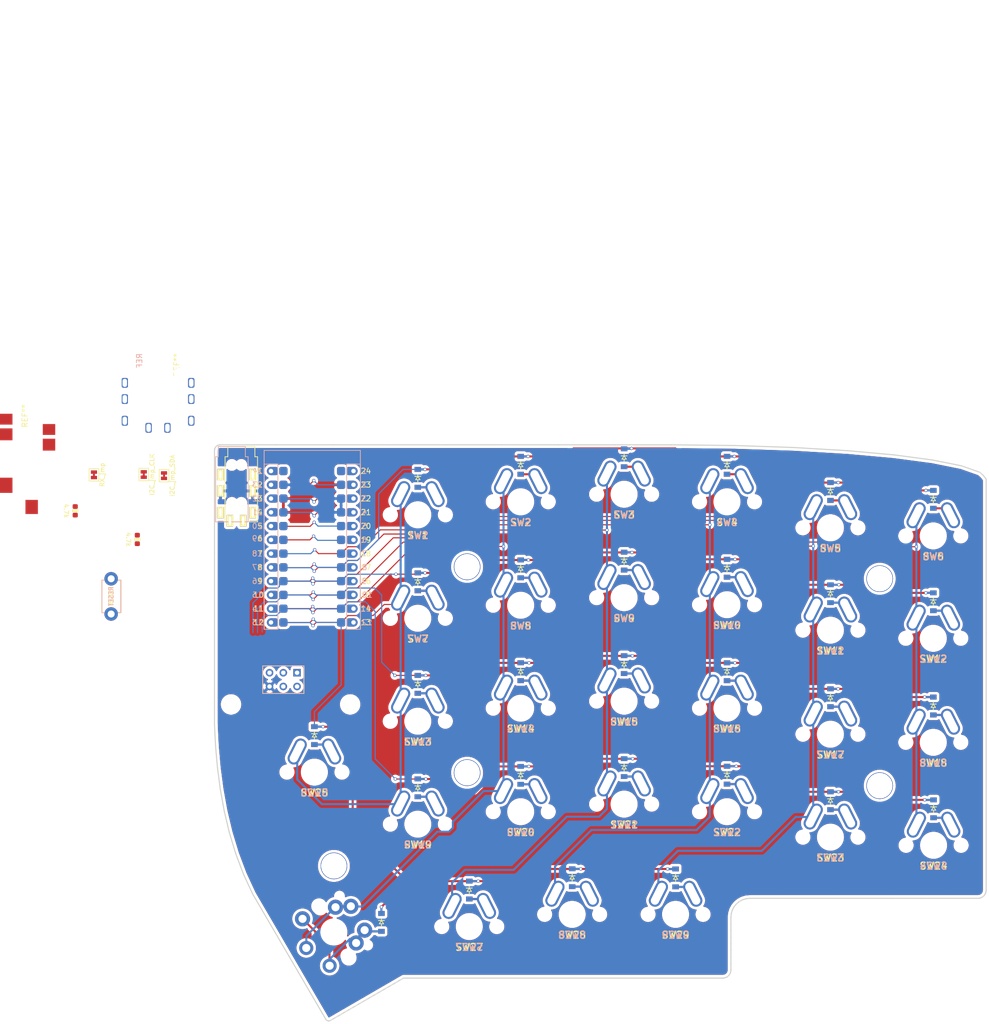
<source format=kicad_pcb>
(kicad_pcb (version 20171130) (host pcbnew "(5.1.6)-1")
  (layers (0 F.Cu signal) (31 B.Cu signal) (34 B.Paste user) (35 F.Paste user) (36 B.SilkS user) (37 F.SilkS user) (38 B.Mask user) (39 F.Mask user) (44 Edge.Cuts user))
  (net 0 "")
  (net 1 "Net-(D1-Pad2)")
  (net 2 row4)
  (net 3 "Net-(D2-Pad2)")
  (net 4 "Net-(D3-Pad2)")
  (net 5 row0)
  (net 6 "Net-(D4-Pad2)")
  (net 7 row1)
  (net 8 "Net-(D5-Pad2)")
  (net 9 row2)
  (net 10 "Net-(D6-Pad2)")
  (net 11 row3)
  (net 12 "Net-(D7-Pad2)")
  (net 13 "Net-(D8-Pad2)")
  (net 14 "Net-(D9-Pad2)")
  (net 15 "Net-(D10-Pad2)")
  (net 16 "Net-(D11-Pad2)")
  (net 17 "Net-(D12-Pad2)")
  (net 18 "Net-(D13-Pad2)")
  (net 19 "Net-(D14-Pad2)")
  (net 20 "Net-(D15-Pad2)")
  (net 21 "Net-(D16-Pad2)")
  (net 22 "Net-(D17-Pad2)")
  (net 23 "Net-(D18-Pad2)")
  (net 24 "Net-(D19-Pad2)")
  (net 25 "Net-(D20-Pad2)")
  (net 26 "Net-(D21-Pad2)")
  (net 27 "Net-(D22-Pad2)")
  (net 28 "Net-(D23-Pad2)")
  (net 29 "Net-(D24-Pad2)")
  (net 30 "Net-(D25-Pad2)")
  (net 31 "Net-(D26-Pad2)")
  (net 32 "Net-(D27-Pad2)")
  (net 33 "Net-(D28-Pad2)")
  (net 34 VCC)
  (net 35 GND)
  (net 36 col0)
  (net 37 col1)
  (net 38 col2)
  (net 39 col3)
  (net 40 col4)
  (net 41 col5)
  (net 42 SDA)
  (net 43 SCL)
  (net 44 RESET)
  (net 45 "Net-(D29-Pad2)")
  (net 46 "Net-(U1-Pad24)")
  (net 47 "Net-(U1-Pad20)")
  (net 48 "Net-(U1-Pad19)")
  (net 49 "Net-(U1-Pad7)")
  (net 50 DATA)
  (net 51 "Net-(U1-Pad1)")
  (net 52 /sp_clk)
  (net 53 /sp_data)
  (module Keyboard_Footprints:PJ-320A (layer B.Cu) (at 68.58 22.352 270)
    (fp_text reference REF** (at 0 -0.5 90) (layer B.SilkS) (effects (justify mirror)))
    (fp_text value PJ-320A)
    (pad 1 thru_hole roundrect (at 11.6 -2.2 270) (size 1.8 1.15) (drill oval 1.5 0.8) (layers *.Cu *.Mask))
    (pad 4 thru_hole roundrect (at 10.3 2.2 270) (size 1.8 1.15) (drill oval 1.5 0.8) (layers *.Cu *.Mask))
    (pad 3 thru_hole roundrect (at 6.3 2.2 270) (size 1.8 1.15) (drill oval 1.5 0.8) (layers *.Cu *.Mask))
    (pad "" np_thru_hole circle (at 7 0 270) (size 2 2) (drill 2) (layers *.Cu *.Mask))
    (pad "" np_thru_hole circle (at 1.5 0 270) (size 2 2) (drill 2) (layers *.Cu *.Mask))
    (pad 2 thru_hole roundrect (at 3.3 2.2 270) (size 1.8 1.15) (drill oval 1.5 0.8) (layers *.Cu *.Mask))
  )
  (module Keyboard_Footprints:PJ-320A (layer F.Cu) (at 76.454 22.352 270)
    (fp_text reference REF** (at 0 0.5 90) (layer F.SilkS))
    (fp_text value PJ-320A)
    (pad 1 thru_hole roundrect (at 11.6 2.2 270) (size 1.8 1.15) (drill oval 1.5 0.8) (layers *.Cu *.Mask))
    (pad 4 thru_hole roundrect (at 10.3 -2.2 270) (size 1.8 1.15) (drill oval 1.5 0.8) (layers *.Cu *.Mask))
    (pad 3 thru_hole roundrect (at 6.3 -2.2 270) (size 1.8 1.15) (drill oval 1.5 0.8) (layers *.Cu *.Mask))
    (pad "" np_thru_hole circle (at 7 0 270) (size 2 2) (drill 2) (layers *.Cu *.Mask))
    (pad "" np_thru_hole circle (at 1.5 0 270) (size 2 2) (drill 2) (layers *.Cu *.Mask))
    (pad 2 thru_hole roundrect (at 3.3 -2.2 270) (size 1.8 1.15) (drill oval 1.5 0.8) (layers *.Cu *.Mask))
  )
  (module Keyboard_Footprints:CUI_sj_43515RS (layer F.Cu) (at 48.43272 31.75762 270)
    (fp_text reference REF** (at 0 0.5 90) (layer F.SilkS))
    (fp_text value CUI_sj_43515RS)
    (pad 5 smd rect (at 16.8 -0.75 270) (size 2.6 2.3) (layers F.Cu F.Paste F.Mask))
    (pad 2 smd rect (at 12.8 3.95 270) (size 2.8 2.3) (layers F.Cu F.Paste F.Mask))
    (pad 3 smd rect (at 5.3 -3.95 270) (size 2.2 2.3) (layers F.Cu F.Paste F.Mask))
    (pad 6 smd rect (at 2.5 -3.95 270) (size 2 2.3) (layers F.Cu F.Paste F.Mask))
    (pad 4 smd rect (at 3.4 3.95 270) (size 2.2 2.3) (layers F.Cu F.Paste F.Mask))
    (pad 1 smd rect (at 0.6 3.95 270) (size 2 2.3) (layers F.Cu F.Paste F.Mask))
  )
  (module Keyboard_Footprints:ProMicro_rev (layer F.Cu) (at 101 55.9)
    (fp_text reference U1 hide)
    (fp_text value ProMicro hide)
    (fp_text user 1 (at 9.652 -13.97) (layer B.SilkS) (effects (justify mirror)))
    (fp_text user 2 (at 9.652 -11.43) (layer B.SilkS) (effects (justify mirror)))
    (fp_text user 3 (at 9.652 -8.89) (layer B.SilkS) (effects (justify mirror)))
    (fp_text user 4 (at 9.652 -6.35) (layer B.SilkS) (effects (justify mirror)))
    (fp_text user 5 (at 9.652 -3.81) (layer B.SilkS) (effects (justify mirror)))
    (fp_text user 6 (at 9.652 -1.27) (layer B.SilkS) (effects (justify mirror)))
    (fp_text user 7 (at 9.652 1.27) (layer B.SilkS) (effects (justify mirror)))
    (fp_text user 8 (at 9.652 3.81) (layer B.SilkS) (effects (justify mirror)))
    (fp_text user 9 (at 9.652 6.35) (layer B.SilkS) (effects (justify mirror)))
    (fp_text user 10 (at 10.16 8.89) (layer B.SilkS) (effects (justify mirror)))
    (fp_text user 11 (at 9.906 11.43) (layer B.SilkS) (effects (justify mirror)))
    (fp_text user 12 (at 10.16 13.97) (layer B.SilkS) (effects (justify mirror)))
    (fp_text user 13 (at -10.16 13.97) (layer B.SilkS) (effects (justify mirror)))
    (fp_text user 14 (at -10.16 11.43) (layer B.SilkS) (effects (justify mirror)))
    (fp_text user 15 (at -10.16 8.89) (layer B.SilkS) (effects (justify mirror)))
    (fp_text user 16 (at -10.16 6.35) (layer B.SilkS) (effects (justify mirror)))
    (fp_text user 17 (at -10.16 3.81) (layer B.SilkS) (effects (justify mirror)))
    (fp_text user 18 (at -10.16 1.27) (layer B.SilkS) (effects (justify mirror)))
    (fp_text user 19 (at -10.16 -1.524) (layer B.SilkS) (effects (justify mirror)))
    (fp_text user 20 (at -10.16 -3.81) (layer B.SilkS) (effects (justify mirror)))
    (fp_text user 21 (at -10.16 -6.35) (layer B.SilkS) (effects (justify mirror)))
    (fp_text user 22 (at -10.16 -8.89) (layer B.SilkS) (effects (justify mirror)))
    (fp_text user 23 (at -10.16 -11.43) (layer B.SilkS) (effects (justify mirror)))
    (fp_text user 24 (at -10.16 -13.97) (layer B.SilkS) (effects (justify mirror)))
    (fp_text user 24 (at 9.906 -13.97) (layer F.SilkS))
    (fp_text user 23 (at 9.906 -11.43) (layer F.SilkS))
    (fp_text user 22 (at 9.906 -8.89) (layer F.SilkS))
    (fp_text user 21 (at 9.906 -6.35) (layer F.SilkS))
    (fp_text user 20 (at 9.906 -3.81) (layer F.SilkS))
    (fp_text user 19 (at 9.906 -1.27) (layer F.SilkS))
    (fp_text user 18 (at 9.906 1.27) (layer F.SilkS))
    (fp_text user 17 (at 9.906 3.81) (layer F.SilkS))
    (fp_text user 16 (at 9.906 6.35) (layer F.SilkS))
    (fp_text user 15 (at 9.906 8.89) (layer F.SilkS))
    (fp_text user 14 (at 9.906 11.43) (layer F.SilkS))
    (fp_text user 13 (at 9.906 13.97) (layer F.SilkS))
    (fp_text user 12 (at -9.906 13.97) (layer F.SilkS))
    (fp_text user 11 (at -9.906 11.43) (layer F.SilkS))
    (fp_text user 10 (at -9.906 8.89) (layer F.SilkS))
    (fp_text user 9 (at -9.652 6.35) (layer F.SilkS))
    (fp_text user 8 (at -9.652 3.81) (layer F.SilkS))
    (fp_text user 7 (at -9.652 1.27) (layer F.SilkS))
    (fp_text user 6 (at -9.652 -1.524) (layer F.SilkS))
    (fp_text user 5 (at -9.652 -3.81) (layer F.SilkS))
    (fp_text user 4 (at -9.652 -6.35) (layer F.SilkS))
    (fp_text user 3 (at -9.652 -8.89) (layer F.SilkS))
    (fp_text user 2 (at -9.652 -11.43) (layer F.SilkS))
    (fp_text user 1 (at -9.652 -13.97) (layer F.SilkS))
    (pad 12 smd roundrect (at 5.334 13.97) (size 1.524 1.524) (layers B.Cu B.Paste B.Mask) (net 2 row4))
    (pad 11 smd roundrect (at 5.334 11.43) (size 1.524 1.524) (layers B.Cu B.Paste B.Mask) (net 11 row3))
    (pad 10 smd roundrect (at 5.334 8.89) (size 1.524 1.524) (layers B.Cu B.Paste B.Mask) (net 9 row2))
    (pad 9 smd roundrect (at 5.334 6.35) (size 1.524 1.524) (layers B.Cu B.Paste B.Mask) (net 7 row1))
    (pad 8 smd roundrect (at 5.334 3.81) (size 1.524 1.524) (layers B.Cu B.Paste B.Mask) (net 5 row0))
    (pad 6 smd roundrect (at 5.334 -1.27) (size 1.524 1.524) (layers B.Cu B.Paste B.Mask) (net 43 SCL))
    (pad 5 smd roundrect (at 5.334 -3.81) (size 1.524 1.524) (layers B.Cu B.Paste B.Mask) (net 42 SDA))
    (pad 4 smd roundrect (at 5.334 -6.35) (size 1.524 1.524) (layers B.Cu B.Paste B.Mask) (net 35 GND))
    (pad 3 smd roundrect (at 5.334 -8.89) (size 1.524 1.524) (layers B.Cu B.Paste B.Mask) (net 35 GND))
    (pad 2 smd roundrect (at 5.334 -11.43) (size 1.524 1.524) (layers B.Cu B.Paste B.Mask) (net 50 DATA))
    (pad 1 smd roundrect (at 5.334 -13.97) (size 1.524 1.524) (layers B.Cu B.Paste B.Mask) (net 51 "Net-(U1-Pad1)"))
    (pad 13 smd roundrect (at -5.334 13.97) (size 1.524 1.524) (layers B.Cu B.Paste B.Mask) (net 41 col5))
    (pad 14 smd roundrect (at -5.334 11.43) (size 1.524 1.524) (layers B.Cu B.Paste B.Mask) (net 40 col4))
    (pad 15 smd roundrect (at -5.334 8.89) (size 1.524 1.524) (layers B.Cu B.Paste B.Mask) (net 39 col3))
    (pad 16 smd roundrect (at -5.334 6.35) (size 1.524 1.524) (layers B.Cu B.Paste B.Mask) (net 38 col2))
    (pad 17 smd roundrect (at -5.334 3.81) (size 1.524 1.524) (layers B.Cu B.Paste B.Mask) (net 37 col1))
    (pad 19 smd roundrect (at -5.334 -1.27) (size 1.524 1.524) (layers B.Cu B.Paste B.Mask) (net 48 "Net-(U1-Pad19)"))
    (pad 20 smd roundrect (at -5.334 -3.81) (size 1.524 1.524) (layers B.Cu B.Paste B.Mask) (net 47 "Net-(U1-Pad20)"))
    (pad 21 smd roundrect (at -5.334 -6.35) (size 1.524 1.524) (layers B.Cu B.Paste B.Mask) (net 34 VCC))
    (pad 22 smd roundrect (at -5.334 -8.89) (size 1.524 1.524) (layers B.Cu B.Paste B.Mask) (net 44 RESET))
    (pad 23 smd roundrect (at -5.334 -11.43) (size 1.524 1.524) (layers B.Cu B.Paste B.Mask) (net 35 GND))
    (pad 24 smd roundrect (at 5.334 -13.97) (size 1.524 1.524) (layers F.Cu F.Paste F.Mask) (net 46 "Net-(U1-Pad24)"))
    (pad 23 smd roundrect (at 5.334 -11.43) (size 1.524 1.524) (layers F.Cu F.Paste F.Mask) (net 35 GND))
    (pad 22 smd roundrect (at 5.334 -8.89) (size 1.524 1.524) (layers F.Cu F.Paste F.Mask) (net 44 RESET))
    (pad 21 smd roundrect (at 5.334 -6.35) (size 1.524 1.524) (layers F.Cu F.Paste F.Mask) (net 34 VCC))
    (pad 20 smd roundrect (at 5.334 -3.81) (size 1.524 1.524) (layers F.Cu F.Paste F.Mask) (net 47 "Net-(U1-Pad20)"))
    (pad 19 smd roundrect (at 5.334 -1.27) (size 1.524 1.524) (layers F.Cu F.Paste F.Mask) (net 48 "Net-(U1-Pad19)"))
    (pad 17 smd roundrect (at 5.334 3.81) (size 1.524 1.524) (layers F.Cu F.Paste F.Mask) (net 37 col1))
    (pad 16 smd roundrect (at 5.334 6.35) (size 1.524 1.524) (layers F.Cu F.Paste F.Mask) (net 38 col2))
    (pad 15 smd roundrect (at 5.334 8.89) (size 1.524 1.524) (layers F.Cu F.Paste F.Mask) (net 39 col3))
    (pad 14 smd roundrect (at 5.334 11.43) (size 1.524 1.524) (layers F.Cu F.Paste F.Mask) (net 40 col4))
    (pad 13 smd roundrect (at 5.334 13.97) (size 1.524 1.524) (layers F.Cu F.Paste F.Mask) (net 41 col5))
    (pad 12 smd roundrect (at -5.334 13.97) (size 1.524 1.524) (layers F.Cu F.Paste F.Mask) (net 2 row4))
    (pad 11 smd roundrect (at -5.334 11.43) (size 1.524 1.524) (layers F.Cu F.Paste F.Mask) (net 11 row3))
    (pad 10 smd roundrect (at -5.334 8.89) (size 1.524 1.524) (layers F.Cu F.Paste F.Mask) (net 9 row2))
    (pad 9 smd roundrect (at -5.334 6.35) (size 1.524 1.524) (layers F.Cu F.Paste F.Mask) (net 7 row1))
    (pad 8 smd roundrect (at -5.334 3.81) (size 1.524 1.524) (layers F.Cu F.Paste F.Mask) (net 5 row0))
    (pad 6 smd roundrect (at -5.334 -1.27) (size 1.524 1.524) (layers F.Cu F.Paste F.Mask) (net 43 SCL))
    (pad 5 smd roundrect (at -5.334 -3.81) (size 1.524 1.524) (layers F.Cu F.Paste F.Mask) (net 42 SDA))
    (pad 4 smd roundrect (at -5.334 -6.35) (size 1.524 1.524) (layers F.Cu F.Paste F.Mask) (net 35 GND))
    (pad 3 smd roundrect (at -5.334 -8.89) (size 1.524 1.524) (layers F.Cu F.Paste F.Mask) (net 35 GND))
    (pad 2 smd roundrect (at -5.334 -11.43) (size 1.524 1.524) (layers F.Cu F.Paste F.Mask) (net 50 DATA))
    (pad p13 smd roundrect (at 7.112 13.97) (size 1.524 1.524) (layers F.Cu F.Paste F.Mask))
    (pad p14 smd roundrect (at 7.112 11.43) (size 1.524 1.524) (layers F.Cu F.Paste F.Mask))
    (pad p15 smd roundrect (at 7.112 8.89) (size 1.524 1.524) (layers F.Cu F.Paste F.Mask))
    (pad p16 smd roundrect (at 7.112 6.35) (size 1.524 1.524) (layers F.Cu F.Paste F.Mask))
    (pad p17 smd roundrect (at 7.112 3.81) (size 1.524 1.524) (layers F.Cu F.Paste F.Mask))
    (pad p19 smd roundrect (at 7.112 -1.27) (size 1.524 1.524) (layers F.Cu F.Paste F.Mask))
    (pad p20 smd roundrect (at 7.112 -3.81) (size 1.524 1.524) (layers F.Cu F.Paste F.Mask))
    (pad p21 smd roundrect (at 7.112 -6.35) (size 1.524 1.524) (layers F.Cu F.Paste F.Mask))
    (pad p22 smd roundrect (at 7.112 -8.89) (size 1.524 1.524) (layers F.Cu F.Paste F.Mask))
    (pad p23 smd roundrect (at 7.112 -11.43) (size 1.524 1.524) (layers F.Cu F.Paste F.Mask))
    (pad p24 smd roundrect (at 7.112 -13.97) (size 1.524 1.524) (layers F.Cu F.Paste F.Mask))
    (pad p12 smd roundrect (at -7.112 13.97) (size 1.524 1.524) (layers F.Cu F.Paste F.Mask))
    (pad p11 smd roundrect (at -7.112 11.43) (size 1.524 1.524) (layers F.Cu F.Paste F.Mask))
    (pad p10 smd roundrect (at -7.112 8.89) (size 1.524 1.524) (layers F.Cu F.Paste F.Mask))
    (pad p9 smd roundrect (at -7.112 6.35) (size 1.524 1.524) (layers F.Cu F.Paste F.Mask))
    (pad p8 smd roundrect (at -7.112 3.81) (size 1.524 1.524) (layers F.Cu F.Paste F.Mask))
    (pad p6 smd roundrect (at -7.112 -1.27) (size 1.524 1.524) (layers F.Cu F.Paste F.Mask))
    (pad p5 smd roundrect (at -7.112 -3.81) (size 1.524 1.524) (layers F.Cu F.Paste F.Mask))
    (pad p4 smd roundrect (at -7.112 -6.35) (size 1.524 1.524) (layers F.Cu F.Paste F.Mask))
    (pad p3 smd roundrect (at -7.112 -8.89) (size 1.524 1.524) (layers F.Cu F.Paste F.Mask))
    (pad p2 smd roundrect (at -7.112 -11.43) (size 1.524 1.524) (layers F.Cu F.Paste F.Mask))
    (pad p24 smd roundrect (at 7.112 -13.97) (size 1.524 1.524) (layers B.Cu B.Paste B.Mask))
    (pad p23 smd roundrect (at 7.112 -11.43) (size 1.524 1.524) (layers B.Cu B.Paste B.Mask))
    (pad p22 smd roundrect (at 7.112 -8.89) (size 1.524 1.524) (layers B.Cu B.Paste B.Mask))
    (pad p21 smd roundrect (at 7.112 -6.35) (size 1.524 1.524) (layers B.Cu B.Paste B.Mask))
    (pad p20 smd roundrect (at 7.112 -3.81) (size 1.524 1.524) (layers B.Cu B.Paste B.Mask))
    (pad p19 smd roundrect (at 7.112 -1.27) (size 1.524 1.524) (layers B.Cu B.Paste B.Mask))
    (pad p17 smd roundrect (at 7.112 3.81) (size 1.524 1.524) (layers B.Cu B.Paste B.Mask))
    (pad p16 smd roundrect (at 7.112 6.35) (size 1.524 1.524) (layers B.Cu B.Paste B.Mask))
    (pad p15 smd roundrect (at 7.112 8.89) (size 1.524 1.524) (layers B.Cu B.Paste B.Mask))
    (pad p14 smd roundrect (at 7.112 11.43) (size 1.524 1.524) (layers B.Cu B.Paste B.Mask))
    (pad p13 smd roundrect (at 7.112 13.97) (size 1.524 1.524) (layers B.Cu B.Paste B.Mask))
    (pad p12 smd roundrect (at -7.112 13.97) (size 1.524 1.524) (layers B.Cu B.Paste B.Mask))
    (pad p11 smd roundrect (at -7.112 11.43) (size 1.524 1.524) (layers B.Cu B.Paste B.Mask))
    (pad p10 smd roundrect (at -7.112 8.89) (size 1.524 1.524) (layers B.Cu B.Paste B.Mask))
    (pad p9 smd roundrect (at -7.112 6.35) (size 1.524 1.524) (layers B.Cu B.Paste B.Mask))
    (pad p8 smd roundrect (at -7.112 3.81) (size 1.524 1.524) (layers B.Cu B.Paste B.Mask))
    (pad p6 smd roundrect (at -7.112 -1.27) (size 1.524 1.524) (layers B.Cu B.Paste B.Mask))
    (pad p5 smd roundrect (at -7.112 -3.81) (size 1.524 1.524) (layers B.Cu B.Paste B.Mask))
    (pad p4 smd roundrect (at -7.112 -6.35) (size 1.524 1.524) (layers B.Cu B.Paste B.Mask))
    (pad p3 smd roundrect (at -7.112 -8.89) (size 1.524 1.524) (layers B.Cu B.Paste B.Mask))
    (pad p2 smd roundrect (at -7.112 -11.43) (size 1.524 1.524) (layers B.Cu B.Paste B.Mask))
    (pad 7 smd roundrect (at -5.334 1.27) (size 1.524 1.524) (layers F.Cu F.Paste F.Mask) (net 49 "Net-(U1-Pad7)"))
    (pad 18 smd roundrect (at -5.334 1.27) (size 1.524 1.524) (layers B.Cu B.Paste B.Mask) (net 36 col0))
    (pad p7 smd roundrect (at -7.112 1.27) (size 1.524 1.524) (layers F.Cu F.Paste F.Mask))
    (pad p7 smd roundrect (at -7.112 1.27) (size 1.524 1.524) (layers B.Cu B.Paste B.Mask))
    (pad 7 smd roundrect (at 5.334 1.27) (size 1.524 1.524) (layers B.Cu B.Paste B.Mask) (net 49 "Net-(U1-Pad7)"))
    (pad p18 smd roundrect (at 7.112 1.27) (size 1.524 1.524) (layers B.Cu B.Paste B.Mask))
    (pad 18 smd roundrect (at 5.334 1.27) (size 1.524 1.524) (layers F.Cu F.Paste F.Mask) (net 36 col0))
    (pad p18 smd roundrect (at 7.112 1.27) (size 1.524 1.524) (layers F.Cu F.Paste F.Mask))
    (pad 24 smd roundrect (at -5.334 -13.97) (size 1.524 1.524) (layers B.Cu B.Paste B.Mask) (net 46 "Net-(U1-Pad24)"))
    (pad p1 smd roundrect (at -7.112 -13.97) (size 1.524 1.524) (layers B.Cu B.Paste B.Mask))
    (pad 1 smd roundrect (at -5.334 -13.97) (size 1.524 1.524) (layers F.Cu F.Paste F.Mask) (net 51 "Net-(U1-Pad1)"))
    (pad p1 smd roundrect (at -7.112 -13.97) (size 1.524 1.524) (layers F.Cu F.Paste F.Mask))
    (pad p1 thru_hole circle (at -7.62 -13.97) (size 1.524 1.524) (drill 0.8128) (layers *.Cu *.Mask))
    (pad p2 thru_hole circle (at -7.62 -11.43) (size 1.524 1.524) (drill 0.8128) (layers *.Cu *.Mask))
    (pad p3 thru_hole circle (at -7.62 -8.89) (size 1.524 1.524) (drill 0.8128) (layers *.Cu *.Mask))
    (pad p4 thru_hole circle (at -7.62 -6.35) (size 1.524 1.524) (drill 0.8128) (layers *.Cu *.Mask))
    (pad p5 thru_hole circle (at -7.62 -3.81) (size 1.524 1.524) (drill 0.8128) (layers *.Cu *.Mask))
    (pad p6 thru_hole circle (at -7.62 -1.27) (size 1.524 1.524) (drill 0.8128) (layers *.Cu *.Mask))
    (pad p7 thru_hole circle (at -7.62 1.27) (size 1.524 1.524) (drill 0.8128) (layers *.Cu *.Mask))
    (pad p8 thru_hole circle (at -7.62 3.81) (size 1.524 1.524) (drill 0.8128) (layers *.Cu *.Mask))
    (pad p9 thru_hole circle (at -7.62 6.35) (size 1.524 1.524) (drill 0.8128) (layers *.Cu *.Mask))
    (pad p10 thru_hole circle (at -7.62 8.89) (size 1.524 1.524) (drill 0.8128) (layers *.Cu *.Mask))
    (pad p11 thru_hole circle (at -7.62 11.43) (size 1.524 1.524) (drill 0.8128) (layers *.Cu *.Mask))
    (pad 12 thru_hole circle (at -7.62 13.97) (size 1.524 1.524) (drill 0.8128) (layers *.Cu *.Mask) (net 2 row4))
    (pad p13 thru_hole circle (at 7.62 13.97) (size 1.524 1.524) (drill 0.8128) (layers *.Cu *.Mask))
    (pad p14 thru_hole circle (at 7.62 11.43) (size 1.524 1.524) (drill 0.8128) (layers *.Cu *.Mask))
    (pad p15 thru_hole circle (at 7.62 8.89) (size 1.524 1.524) (drill 0.8128) (layers *.Cu *.Mask))
    (pad p16 thru_hole circle (at 7.62 6.35) (size 1.524 1.524) (drill 0.8128) (layers *.Cu *.Mask))
    (pad p17 thru_hole circle (at 7.62 3.81) (size 1.524 1.524) (drill 0.8128) (layers *.Cu *.Mask))
    (pad p18 thru_hole circle (at 7.62 1.27) (size 1.524 1.524) (drill 0.8128) (layers *.Cu *.Mask))
    (pad p19 thru_hole circle (at 7.62 -1.27) (size 1.524 1.524) (drill 0.8128) (layers *.Cu *.Mask))
    (pad p20 thru_hole circle (at 7.62 -3.81) (size 1.524 1.524) (drill 0.8128) (layers *.Cu *.Mask))
    (pad p21 thru_hole circle (at 7.62 -6.35) (size 1.524 1.524) (drill 0.8128) (layers *.Cu *.Mask))
    (pad p22 thru_hole circle (at 7.62 -8.89) (size 1.524 1.524) (drill 0.8128) (layers *.Cu *.Mask))
    (pad p23 thru_hole circle (at 7.62 -11.43) (size 1.524 1.524) (drill 0.8128) (layers *.Cu B.Mask))
    (pad p24 thru_hole circle (at 7.62 -13.97) (size 1.524 1.524) (drill 0.8128) (layers *.Cu *.Mask))
  )
  (module Lily58-footprint:jumper_data (layer F.Cu) (at 73.62952 42.7863 90)
    (fp_text reference W3 hide)
    (fp_text value I2C_jmp_SDA (at 0 1.524 90) (layer F.SilkS) (effects (font (size 0.8128 0.8128))))
    (pad 1 smd rect (at -0.50038 0 90) (size 0.635 1.143) (layers F.Cu F.Paste F.Mask) (net 42 SDA) (clearance 0.1905))
    (pad 2 smd rect (at 0.50038 0 90) (size 0.635 1.143) (layers F.Cu F.Paste F.Mask) (net 53 /sp_data) (clearance 0.1905))
    (pad "" smd rect (at 0 0 180) (size 0.381 0.381) (layers F.Cu F.Paste F.Mask) (clearance 0.00254))
  )
  (module Lily58-footprint:jumper_data (layer F.Cu) (at 69.88048 42.5704 90)
    (fp_text reference W2 hide)
    (fp_text value I2C_jmp_CLK (at 0 1.524 90) (layer F.SilkS) (effects (font (size 0.8128 0.8128))))
    (pad 1 smd rect (at -0.50038 0 90) (size 0.635 1.143) (layers F.Cu F.Paste F.Mask) (net 43 SCL) (clearance 0.1905))
    (pad 2 smd rect (at 0.50038 0 90) (size 0.635 1.143) (layers F.Cu F.Paste F.Mask) (net 52 /sp_clk) (clearance 0.1905))
    (pad "" smd rect (at 0 0 180) (size 0.381 0.381) (layers F.Cu F.Paste F.Mask) (clearance 0.00254))
  )
  (module Lily58-footprint:HOLE_M2 (layer F.Cu) (at 108 85)
    (fp_text reference TH2 hide)
    (fp_text value HOLE hide)
    (pad "" np_thru_hole circle (at 0 0) (size 2.2 2.2) (drill 2.2) (layers *.Cu *.Mask F.SilkS) (clearance 0.8))
  )
  (module Lily58-footprint:HOLE_M2 (layer F.Cu) (at 86 85)
    (fp_text reference TH1 hide)
    (fp_text value HOLE hide)
    (pad "" np_thru_hole circle (at 0 0) (size 2.2 2.2) (drill 2.2) (layers *.Cu *.Mask F.SilkS) (clearance 0.8))
  )
  (module Keyboard_Footprints:R_0603 (layer F.Cu) (at 68.68922 54.55412 270)
    (fp_text reference R2 hide)
    (fp_text value 4.7k (at 0 1.651 270 unlocked) (layer F.SilkS) (effects (font (size 0.8128 0.8128) (thickness 0.1524))))
    (pad 2 smd roundrect (at 0.7875 0 270) (size 0.875 0.95) (layers F.Cu F.Paste F.Mask) (net 43 SCL))
    (pad 1 smd roundrect (at -0.7875 0 270) (size 0.875 0.95) (layers F.Cu F.Paste F.Mask) (net 34 VCC))
  )
  (module Keyboard_Footprints:R_0603 (layer F.Cu) (at 57.22366 49.27092 270)
    (fp_text reference R1 hide)
    (fp_text value 4.7k (at 0 1.651 270 unlocked) (layer F.SilkS) (effects (font (size 0.8128 0.8128) (thickness 0.1524))))
    (pad 2 smd roundrect (at 0.7875 0 270) (size 0.875 0.95) (layers F.Cu F.Paste F.Mask) (net 42 SDA))
    (pad 1 smd roundrect (at -0.7875 0 270) (size 0.875 0.95) (layers F.Cu F.Paste F.Mask) (net 34 VCC))
  )
  (module Keyboard_Footprints:D_SOD-123 (layer F.Cu) (at 168.1 117.0178 270)
    (fp_text reference D29 hide)
    (fp_text value D)
    (pad 2 smd rect (at 1.65 0 270) (size 0.9 1.2) (layers B.Cu B.Paste B.Mask) (net 45 "Net-(D29-Pad2)"))
    (pad 1 smd rect (at -1.65 0 270) (size 0.9 1.2) (layers B.Cu B.Paste B.Mask) (net 2 row4))
    (pad 1 smd rect (at -1.65 0 270) (size 0.9 1.2) (layers F.Cu F.Paste F.Mask) (net 2 row4))
    (pad 2 smd rect (at 1.65 0 270) (size 0.9 1.2) (layers F.Cu F.Paste F.Mask) (net 45 "Net-(D29-Pad2)"))
  )
  (module Keyboard_Footprints:D_SOD-123 (layer F.Cu) (at 149 116.98732 270)
    (fp_text reference D28 hide)
    (fp_text value D)
    (pad 2 smd rect (at 1.65 0 270) (size 0.9 1.2) (layers B.Cu B.Paste B.Mask) (net 33 "Net-(D28-Pad2)"))
    (pad 1 smd rect (at -1.65 0 270) (size 0.9 1.2) (layers B.Cu B.Paste B.Mask) (net 2 row4))
    (pad 1 smd rect (at -1.65 0 270) (size 0.9 1.2) (layers F.Cu F.Paste F.Mask) (net 2 row4))
    (pad 2 smd rect (at 1.65 0 270) (size 0.9 1.2) (layers F.Cu F.Paste F.Mask) (net 33 "Net-(D28-Pad2)"))
  )
  (module Keyboard_Footprints:D_SOD-123 (layer F.Cu) (at 130 119.26062 270)
    (fp_text reference D27 hide)
    (fp_text value D)
    (pad 2 smd rect (at 1.65 0 270) (size 0.9 1.2) (layers B.Cu B.Paste B.Mask) (net 32 "Net-(D27-Pad2)"))
    (pad 1 smd rect (at -1.65 0 270) (size 0.9 1.2) (layers B.Cu B.Paste B.Mask) (net 2 row4))
    (pad 1 smd rect (at -1.65 0 270) (size 0.9 1.2) (layers F.Cu F.Paste F.Mask) (net 2 row4))
    (pad 2 smd rect (at 1.65 0 270) (size 0.9 1.2) (layers F.Cu F.Paste F.Mask) (net 32 "Net-(D27-Pad2)"))
  )
  (module Keyboard_Footprints:D_SOD-123 (layer F.Cu) (at 113.77676 125.23216 270)
    (fp_text reference D26 hide)
    (fp_text value D)
    (pad 2 smd rect (at 1.65 0 270) (size 0.9 1.2) (layers B.Cu B.Paste B.Mask) (net 31 "Net-(D26-Pad2)"))
    (pad 1 smd rect (at -1.65 0 270) (size 0.9 1.2) (layers B.Cu B.Paste B.Mask) (net 2 row4))
    (pad 1 smd rect (at -1.65 0 270) (size 0.9 1.2) (layers F.Cu F.Paste F.Mask) (net 2 row4))
    (pad 2 smd rect (at 1.65 0 270) (size 0.9 1.2) (layers F.Cu F.Paste F.Mask) (net 31 "Net-(D26-Pad2)"))
  )
  (module Keyboard_Footprints:D_SOD-123 (layer F.Cu) (at 101.4 90.76182 270)
    (fp_text reference D25 hide)
    (fp_text value D)
    (pad 2 smd rect (at 1.65 0 270) (size 0.9 1.2) (layers B.Cu B.Paste B.Mask) (net 30 "Net-(D25-Pad2)"))
    (pad 1 smd rect (at -1.65 0 270) (size 0.9 1.2) (layers B.Cu B.Paste B.Mask) (net 2 row4))
    (pad 1 smd rect (at -1.65 0 270) (size 0.9 1.2) (layers F.Cu F.Paste F.Mask) (net 2 row4))
    (pad 2 smd rect (at 1.65 0 270) (size 0.9 1.2) (layers F.Cu F.Paste F.Mask) (net 30 "Net-(D25-Pad2)"))
  )
  (module Keyboard_Footprints:D_SOD-123 (layer F.Cu) (at 215.75 104.26446 270)
    (fp_text reference D24 hide)
    (fp_text value D)
    (pad 2 smd rect (at 1.65 0 270) (size 0.9 1.2) (layers B.Cu B.Paste B.Mask) (net 29 "Net-(D24-Pad2)"))
    (pad 1 smd rect (at -1.65 0 270) (size 0.9 1.2) (layers B.Cu B.Paste B.Mask) (net 11 row3))
    (pad 1 smd rect (at -1.65 0 270) (size 0.9 1.2) (layers F.Cu F.Paste F.Mask) (net 11 row3))
    (pad 2 smd rect (at 1.65 0 270) (size 0.9 1.2) (layers F.Cu F.Paste F.Mask) (net 29 "Net-(D24-Pad2)"))
  )
  (module Keyboard_Footprints:D_SOD-123 (layer F.Cu) (at 196.7 102.77602 270)
    (fp_text reference D23 hide)
    (fp_text value D)
    (pad 2 smd rect (at 1.65 0 270) (size 0.9 1.2) (layers B.Cu B.Paste B.Mask) (net 28 "Net-(D23-Pad2)"))
    (pad 1 smd rect (at -1.65 0 270) (size 0.9 1.2) (layers B.Cu B.Paste B.Mask) (net 11 row3))
    (pad 1 smd rect (at -1.65 0 270) (size 0.9 1.2) (layers F.Cu F.Paste F.Mask) (net 11 row3))
    (pad 2 smd rect (at 1.65 0 270) (size 0.9 1.2) (layers F.Cu F.Paste F.Mask) (net 28 "Net-(D23-Pad2)"))
  )
  (module Keyboard_Footprints:D_SOD-123 (layer F.Cu) (at 177.6 98.06432 270)
    (fp_text reference D22 hide)
    (fp_text value D)
    (pad 2 smd rect (at 1.65 0 270) (size 0.9 1.2) (layers B.Cu B.Paste B.Mask) (net 27 "Net-(D22-Pad2)"))
    (pad 1 smd rect (at -1.65 0 270) (size 0.9 1.2) (layers B.Cu B.Paste B.Mask) (net 11 row3))
    (pad 1 smd rect (at -1.65 0 270) (size 0.9 1.2) (layers F.Cu F.Paste F.Mask) (net 11 row3))
    (pad 2 smd rect (at 1.65 0 270) (size 0.9 1.2) (layers F.Cu F.Paste F.Mask) (net 27 "Net-(D22-Pad2)"))
  )
  (module Keyboard_Footprints:D_SOD-123 (layer F.Cu) (at 158.6 96.66478 270)
    (fp_text reference D21 hide)
    (fp_text value D)
    (pad 2 smd rect (at 1.65 0 270) (size 0.9 1.2) (layers B.Cu B.Paste B.Mask) (net 26 "Net-(D21-Pad2)"))
    (pad 1 smd rect (at -1.65 0 270) (size 0.9 1.2) (layers B.Cu B.Paste B.Mask) (net 11 row3))
    (pad 1 smd rect (at -1.65 0 270) (size 0.9 1.2) (layers F.Cu F.Paste F.Mask) (net 11 row3))
    (pad 2 smd rect (at 1.65 0 270) (size 0.9 1.2) (layers F.Cu F.Paste F.Mask) (net 26 "Net-(D21-Pad2)"))
  )
  (module Keyboard_Footprints:D_SOD-123 (layer F.Cu) (at 139.5 98.09226 270)
    (fp_text reference D20 hide)
    (fp_text value D)
    (pad 2 smd rect (at 1.65 0 270) (size 0.9 1.2) (layers B.Cu B.Paste B.Mask) (net 25 "Net-(D20-Pad2)"))
    (pad 1 smd rect (at -1.65 0 270) (size 0.9 1.2) (layers B.Cu B.Paste B.Mask) (net 11 row3))
    (pad 1 smd rect (at -1.65 0 270) (size 0.9 1.2) (layers F.Cu F.Paste F.Mask) (net 11 row3))
    (pad 2 smd rect (at 1.65 0 270) (size 0.9 1.2) (layers F.Cu F.Paste F.Mask) (net 25 "Net-(D20-Pad2)"))
  )
  (module Keyboard_Footprints:D_SOD-123 (layer F.Cu) (at 120.5 100.39604 270)
    (fp_text reference D19 hide)
    (fp_text value D)
    (pad 2 smd rect (at 1.65 0 270) (size 0.9 1.2) (layers B.Cu B.Paste B.Mask) (net 24 "Net-(D19-Pad2)"))
    (pad 1 smd rect (at -1.65 0 270) (size 0.9 1.2) (layers B.Cu B.Paste B.Mask) (net 11 row3))
    (pad 1 smd rect (at -1.65 0 270) (size 0.9 1.2) (layers F.Cu F.Paste F.Mask) (net 11 row3))
    (pad 2 smd rect (at 1.65 0 270) (size 0.9 1.2) (layers F.Cu F.Paste F.Mask) (net 24 "Net-(D19-Pad2)"))
  )
  (module Keyboard_Footprints:D_SOD-123 (layer F.Cu) (at 215.7 85.29574 270)
    (fp_text reference D18 hide)
    (fp_text value D)
    (pad 2 smd rect (at 1.65 0 270) (size 0.9 1.2) (layers B.Cu B.Paste B.Mask) (net 23 "Net-(D18-Pad2)"))
    (pad 1 smd rect (at -1.65 0 270) (size 0.9 1.2) (layers B.Cu B.Paste B.Mask) (net 9 row2))
    (pad 1 smd rect (at -1.65 0 270) (size 0.9 1.2) (layers F.Cu F.Paste F.Mask) (net 9 row2))
    (pad 2 smd rect (at 1.65 0 270) (size 0.9 1.2) (layers F.Cu F.Paste F.Mask) (net 23 "Net-(D18-Pad2)"))
  )
  (module Keyboard_Footprints:D_SOD-123 (layer F.Cu) (at 196.7 83.7692 270)
    (fp_text reference D17 hide)
    (fp_text value D)
    (pad 2 smd rect (at 1.65 0 270) (size 0.9 1.2) (layers B.Cu B.Paste B.Mask) (net 22 "Net-(D17-Pad2)"))
    (pad 1 smd rect (at -1.65 0 270) (size 0.9 1.2) (layers B.Cu B.Paste B.Mask) (net 9 row2))
    (pad 1 smd rect (at -1.65 0 270) (size 0.9 1.2) (layers F.Cu F.Paste F.Mask) (net 9 row2))
    (pad 2 smd rect (at 1.65 0 270) (size 0.9 1.2) (layers F.Cu F.Paste F.Mask) (net 22 "Net-(D17-Pad2)"))
  )
  (module Keyboard_Footprints:D_SOD-123 (layer F.Cu) (at 177.6 78.9686 270)
    (fp_text reference D16 hide)
    (fp_text value D)
    (pad 2 smd rect (at 1.65 0 270) (size 0.9 1.2) (layers B.Cu B.Paste B.Mask) (net 21 "Net-(D16-Pad2)"))
    (pad 1 smd rect (at -1.65 0 270) (size 0.9 1.2) (layers B.Cu B.Paste B.Mask) (net 9 row2))
    (pad 1 smd rect (at -1.65 0 270) (size 0.9 1.2) (layers F.Cu F.Paste F.Mask) (net 9 row2))
    (pad 2 smd rect (at 1.65 0 270) (size 0.9 1.2) (layers F.Cu F.Paste F.Mask) (net 21 "Net-(D16-Pad2)"))
  )
  (module Keyboard_Footprints:D_SOD-123 (layer F.Cu) (at 158.6 77.65542 270)
    (fp_text reference D15 hide)
    (fp_text value D)
    (pad 2 smd rect (at 1.65 0 270) (size 0.9 1.2) (layers B.Cu B.Paste B.Mask) (net 20 "Net-(D15-Pad2)"))
    (pad 1 smd rect (at -1.65 0 270) (size 0.9 1.2) (layers B.Cu B.Paste B.Mask) (net 9 row2))
    (pad 1 smd rect (at -1.65 0 270) (size 0.9 1.2) (layers F.Cu F.Paste F.Mask) (net 9 row2))
    (pad 2 smd rect (at 1.65 0 270) (size 0.9 1.2) (layers F.Cu F.Paste F.Mask) (net 20 "Net-(D15-Pad2)"))
  )
  (module Keyboard_Footprints:D_SOD-123 (layer F.Cu) (at 139.5 78.96352 270)
    (fp_text reference D14 hide)
    (fp_text value D)
    (pad 2 smd rect (at 1.65 0 270) (size 0.9 1.2) (layers B.Cu B.Paste B.Mask) (net 19 "Net-(D14-Pad2)"))
    (pad 1 smd rect (at -1.65 0 270) (size 0.9 1.2) (layers B.Cu B.Paste B.Mask) (net 9 row2))
    (pad 1 smd rect (at -1.65 0 270) (size 0.9 1.2) (layers F.Cu F.Paste F.Mask) (net 9 row2))
    (pad 2 smd rect (at 1.65 0 270) (size 0.9 1.2) (layers F.Cu F.Paste F.Mask) (net 19 "Net-(D14-Pad2)"))
  )
  (module Keyboard_Footprints:D_SOD-123 (layer F.Cu) (at 120.5 81.30032 270)
    (fp_text reference D13 hide)
    (fp_text value D)
    (pad 2 smd rect (at 1.65 0 270) (size 0.9 1.2) (layers B.Cu B.Paste B.Mask) (net 18 "Net-(D13-Pad2)"))
    (pad 1 smd rect (at -1.65 0 270) (size 0.9 1.2) (layers B.Cu B.Paste B.Mask) (net 9 row2))
    (pad 1 smd rect (at -1.65 0 270) (size 0.9 1.2) (layers F.Cu F.Paste F.Mask) (net 9 row2))
    (pad 2 smd rect (at 1.65 0 270) (size 0.9 1.2) (layers F.Cu F.Paste F.Mask) (net 18 "Net-(D13-Pad2)"))
  )
  (module Keyboard_Footprints:D_SOD-123 (layer F.Cu) (at 215.7 66.06286 270)
    (fp_text reference D12 hide)
    (fp_text value D)
    (pad 2 smd rect (at 1.65 0 270) (size 0.9 1.2) (layers B.Cu B.Paste B.Mask) (net 17 "Net-(D12-Pad2)"))
    (pad 1 smd rect (at -1.65 0 270) (size 0.9 1.2) (layers B.Cu B.Paste B.Mask) (net 7 row1))
    (pad 1 smd rect (at -1.65 0 270) (size 0.9 1.2) (layers F.Cu F.Paste F.Mask) (net 7 row1))
    (pad 2 smd rect (at 1.65 0 270) (size 0.9 1.2) (layers F.Cu F.Paste F.Mask) (net 17 "Net-(D12-Pad2)"))
  )
  (module Keyboard_Footprints:D_SOD-123 (layer F.Cu) (at 196.7 64.5668 270)
    (fp_text reference D11 hide)
    (fp_text value D)
    (pad 2 smd rect (at 1.65 0 270) (size 0.9 1.2) (layers B.Cu B.Paste B.Mask) (net 16 "Net-(D11-Pad2)"))
    (pad 1 smd rect (at -1.65 0 270) (size 0.9 1.2) (layers B.Cu B.Paste B.Mask) (net 7 row1))
    (pad 1 smd rect (at -1.65 0 270) (size 0.9 1.2) (layers F.Cu F.Paste F.Mask) (net 7 row1))
    (pad 2 smd rect (at 1.65 0 270) (size 0.9 1.2) (layers F.Cu F.Paste F.Mask) (net 16 "Net-(D11-Pad2)"))
  )
  (module Keyboard_Footprints:D_SOD-123 (layer F.Cu) (at 177.6 59.87288 270)
    (fp_text reference D10 hide)
    (fp_text value D)
    (pad 2 smd rect (at 1.65 0 270) (size 0.9 1.2) (layers B.Cu B.Paste B.Mask) (net 15 "Net-(D10-Pad2)"))
    (pad 1 smd rect (at -1.65 0 270) (size 0.9 1.2) (layers B.Cu B.Paste B.Mask) (net 7 row1))
    (pad 1 smd rect (at -1.65 0 270) (size 0.9 1.2) (layers F.Cu F.Paste F.Mask) (net 7 row1))
    (pad 2 smd rect (at 1.65 0 270) (size 0.9 1.2) (layers F.Cu F.Paste F.Mask) (net 15 "Net-(D10-Pad2)"))
  )
  (module Keyboard_Footprints:D_SOD-123 (layer F.Cu) (at 158.6 58.5597 270)
    (fp_text reference D9 hide)
    (fp_text value D)
    (pad 2 smd rect (at 1.65 0 270) (size 0.9 1.2) (layers B.Cu B.Paste B.Mask) (net 14 "Net-(D9-Pad2)"))
    (pad 1 smd rect (at -1.65 0 270) (size 0.9 1.2) (layers B.Cu B.Paste B.Mask) (net 7 row1))
    (pad 1 smd rect (at -1.65 0 270) (size 0.9 1.2) (layers F.Cu F.Paste F.Mask) (net 7 row1))
    (pad 2 smd rect (at 1.65 0 270) (size 0.9 1.2) (layers F.Cu F.Paste F.Mask) (net 14 "Net-(D9-Pad2)"))
  )
  (module Keyboard_Footprints:D_SOD-123 (layer F.Cu) (at 139.5 59.98464 270)
    (fp_text reference D8 hide)
    (fp_text value D)
    (pad 2 smd rect (at 1.65 0 270) (size 0.9 1.2) (layers B.Cu B.Paste B.Mask) (net 13 "Net-(D8-Pad2)"))
    (pad 1 smd rect (at -1.65 0 270) (size 0.9 1.2) (layers B.Cu B.Paste B.Mask) (net 7 row1))
    (pad 1 smd rect (at -1.65 0 270) (size 0.9 1.2) (layers F.Cu F.Paste F.Mask) (net 7 row1))
    (pad 2 smd rect (at 1.65 0 270) (size 0.9 1.2) (layers F.Cu F.Paste F.Mask) (net 13 "Net-(D8-Pad2)"))
  )
  (module Keyboard_Footprints:D_SOD-123 (layer F.Cu) (at 120.5 62.37478 270)
    (fp_text reference D7 hide)
    (fp_text value D)
    (pad 2 smd rect (at 1.65 0 270) (size 0.9 1.2) (layers B.Cu B.Paste B.Mask) (net 12 "Net-(D7-Pad2)"))
    (pad 1 smd rect (at -1.65 0 270) (size 0.9 1.2) (layers B.Cu B.Paste B.Mask) (net 7 row1))
    (pad 1 smd rect (at -1.65 0 270) (size 0.9 1.2) (layers F.Cu F.Paste F.Mask) (net 7 row1))
    (pad 2 smd rect (at 1.65 0 270) (size 0.9 1.2) (layers F.Cu F.Paste F.Mask) (net 12 "Net-(D7-Pad2)"))
  )
  (module Keyboard_Footprints:D_SOD-123 (layer F.Cu) (at 215.7 47.1551 270)
    (fp_text reference D6 hide)
    (fp_text value D)
    (pad 2 smd rect (at 1.65 0 270) (size 0.9 1.2) (layers B.Cu B.Paste B.Mask) (net 10 "Net-(D6-Pad2)"))
    (pad 1 smd rect (at -1.65 0 270) (size 0.9 1.2) (layers B.Cu B.Paste B.Mask) (net 5 row0))
    (pad 1 smd rect (at -1.65 0 270) (size 0.9 1.2) (layers F.Cu F.Paste F.Mask) (net 5 row0))
    (pad 2 smd rect (at 1.65 0 270) (size 0.9 1.2) (layers F.Cu F.Paste F.Mask) (net 10 "Net-(D6-Pad2)"))
  )
  (module Keyboard_Footprints:D_SOD-123 (layer F.Cu) (at 196.7 45.70222 270)
    (fp_text reference D5 hide)
    (fp_text value D)
    (pad 2 smd rect (at 1.65 0 270) (size 0.9 1.2) (layers B.Cu B.Paste B.Mask) (net 8 "Net-(D5-Pad2)"))
    (pad 1 smd rect (at -1.65 0 270) (size 0.9 1.2) (layers B.Cu B.Paste B.Mask) (net 5 row0))
    (pad 1 smd rect (at -1.65 0 270) (size 0.9 1.2) (layers F.Cu F.Paste F.Mask) (net 5 row0))
    (pad 2 smd rect (at 1.65 0 270) (size 0.9 1.2) (layers F.Cu F.Paste F.Mask) (net 8 "Net-(D5-Pad2)"))
  )
  (module Keyboard_Footprints:D_SOD-123 (layer F.Cu) (at 177.6 40.8686 270)
    (fp_text reference D4 hide)
    (fp_text value D)
    (pad 2 smd rect (at 1.65 0 270) (size 0.9 1.2) (layers B.Cu B.Paste B.Mask) (net 6 "Net-(D4-Pad2)"))
    (pad 1 smd rect (at -1.65 0 270) (size 0.9 1.2) (layers B.Cu B.Paste B.Mask) (net 5 row0))
    (pad 1 smd rect (at -1.65 0 270) (size 0.9 1.2) (layers F.Cu F.Paste F.Mask) (net 5 row0))
    (pad 2 smd rect (at 1.65 0 270) (size 0.9 1.2) (layers F.Cu F.Paste F.Mask) (net 6 "Net-(D4-Pad2)"))
  )
  (module Keyboard_Footprints:D_SOD-123 (layer F.Cu) (at 158.6 39.4843 270)
    (fp_text reference D3 hide)
    (fp_text value D)
    (pad 2 smd rect (at 1.65 0 270) (size 0.9 1.2) (layers B.Cu B.Paste B.Mask) (net 4 "Net-(D3-Pad2)"))
    (pad 1 smd rect (at -1.65 0 270) (size 0.9 1.2) (layers B.Cu B.Paste B.Mask) (net 5 row0))
    (pad 1 smd rect (at -1.65 0 270) (size 0.9 1.2) (layers F.Cu F.Paste F.Mask) (net 5 row0))
    (pad 2 smd rect (at 1.65 0 270) (size 0.9 1.2) (layers F.Cu F.Paste F.Mask) (net 4 "Net-(D3-Pad2)"))
  )
  (module Keyboard_Footprints:D_SOD-123 (layer F.Cu) (at 139.5 40.87368 270)
    (fp_text reference D2 hide)
    (fp_text value D)
    (pad 2 smd rect (at 1.65 0 270) (size 0.9 1.2) (layers B.Cu B.Paste B.Mask) (net 3 "Net-(D2-Pad2)"))
    (pad 1 smd rect (at -1.65 0 270) (size 0.9 1.2) (layers B.Cu B.Paste B.Mask) (net 5 row0))
    (pad 1 smd rect (at -1.65 0 270) (size 0.9 1.2) (layers F.Cu F.Paste F.Mask) (net 5 row0))
    (pad 2 smd rect (at 1.65 0 270) (size 0.9 1.2) (layers F.Cu F.Paste F.Mask) (net 3 "Net-(D2-Pad2)"))
  )
  (module Keyboard_Footprints:D_SOD-123 (layer F.Cu) (at 120.5 43.27398 270)
    (fp_text reference D1 hide)
    (fp_text value D)
    (pad 2 smd rect (at 1.65 0 270) (size 0.9 1.2) (layers B.Cu B.Paste B.Mask) (net 1 "Net-(D1-Pad2)"))
    (pad 1 smd rect (at -1.65 0 270) (size 0.9 1.2) (layers B.Cu B.Paste B.Mask) (net 5 row0))
    (pad 1 smd rect (at -1.65 0 270) (size 0.9 1.2) (layers F.Cu F.Paste F.Mask) (net 5 row0))
    (pad 2 smd rect (at 1.65 0 270) (size 0.9 1.2) (layers F.Cu F.Paste F.Mask) (net 1 "Net-(D1-Pad2)"))
  )
  (module Keyboard_Footprints:MX_1U (layer F.Cu) (at 168.1 123.75)
    (fp_text reference SW29 (at 0 3.81 180) (layer F.SilkS) (effects (font (size 1.27 1.27) (thickness 0.254))))
    (fp_text value SW_PUSH hide)
    (fp_text user %R (at 0 3.81) (layer B.SilkS) (effects (font (size 1.27 1.27) (thickness 0.254)) (justify mirror)))
    (pad 1 thru_hole oval (at -3.175 -3.81 333.4) (size 2.286 5.08) (drill oval 1.524 4.363806) (layers *.Cu *.Mask) (net 37 col1))
    (pad 2 thru_hole oval (at 3.175 -3.81 26.6) (size 2.286 5.08) (drill oval 1.524 4.363806) (layers *.Cu *.Mask) (net 45 "Net-(D29-Pad2)"))
    (pad "" np_thru_hole circle (at 0 0) (size 4 4) (drill 4) (layers *.Cu *.Mask) (clearance 0.3048))
    (pad "" np_thru_hole circle (at -5.08 0 180) (size 1.8034 1.8034) (drill 1.8034) (layers *.Cu *.Mask) (clearance 0.3048))
    (pad "" np_thru_hole circle (at 5.08 0) (size 1.8034 1.8034) (drill 1.8034) (layers *.Cu *.Mask) (clearance 0.3048))
  )
  (module Keyboard_Footprints:MX_1U (layer F.Cu) (at 149 123.75)
    (fp_text reference SW28 (at 0 3.81 180) (layer F.SilkS) (effects (font (size 1.27 1.27) (thickness 0.254))))
    (fp_text value SW_PUSH hide)
    (fp_text user %R (at 0 3.81) (layer B.SilkS) (effects (font (size 1.27 1.27) (thickness 0.254)) (justify mirror)))
    (pad 1 thru_hole oval (at -3.175 -3.81 333.4) (size 2.286 5.08) (drill oval 1.524 4.363806) (layers *.Cu *.Mask) (net 38 col2))
    (pad 2 thru_hole oval (at 3.175 -3.81 26.6) (size 2.286 5.08) (drill oval 1.524 4.363806) (layers *.Cu *.Mask) (net 33 "Net-(D28-Pad2)"))
    (pad "" np_thru_hole circle (at 0 0) (size 4 4) (drill 4) (layers *.Cu *.Mask) (clearance 0.3048))
    (pad "" np_thru_hole circle (at -5.08 0 180) (size 1.8034 1.8034) (drill 1.8034) (layers *.Cu *.Mask) (clearance 0.3048))
    (pad "" np_thru_hole circle (at 5.08 0) (size 1.8034 1.8034) (drill 1.8034) (layers *.Cu *.Mask) (clearance 0.3048))
  )
  (module Keyboard_Footprints:MX_1U (layer F.Cu) (at 130 126)
    (fp_text reference SW27 (at 0 3.81 180) (layer F.SilkS) (effects (font (size 1.27 1.27) (thickness 0.254))))
    (fp_text value SW_PUSH hide)
    (fp_text user %R (at 0 3.81) (layer B.SilkS) (effects (font (size 1.27 1.27) (thickness 0.254)) (justify mirror)))
    (pad 1 thru_hole oval (at -3.175 -3.81 333.4) (size 2.286 5.08) (drill oval 1.524 4.363806) (layers *.Cu *.Mask) (net 39 col3))
    (pad 2 thru_hole oval (at 3.175 -3.81 26.6) (size 2.286 5.08) (drill oval 1.524 4.363806) (layers *.Cu *.Mask) (net 32 "Net-(D27-Pad2)"))
    (pad "" np_thru_hole circle (at 0 0) (size 4 4) (drill 4) (layers *.Cu *.Mask) (clearance 0.3048))
    (pad "" np_thru_hole circle (at -5.08 0 180) (size 1.8034 1.8034) (drill 1.8034) (layers *.Cu *.Mask) (clearance 0.3048))
    (pad "" np_thru_hole circle (at 5.08 0) (size 1.8034 1.8034) (drill 1.8034) (layers *.Cu *.Mask) (clearance 0.3048))
  )
  (module Keyboard_Footprints:MX_1U (layer F.Cu) (at 101.4 97.5)
    (fp_text reference SW25 (at 0 3.81 180) (layer F.SilkS) (effects (font (size 1.27 1.27) (thickness 0.254))))
    (fp_text value SW_PUSH hide)
    (fp_text user %R (at 0 3.81) (layer B.SilkS) (effects (font (size 1.27 1.27) (thickness 0.254)) (justify mirror)))
    (pad 1 thru_hole oval (at -3.175 -3.81 333.4) (size 2.286 5.08) (drill oval 1.524 4.363806) (layers *.Cu *.Mask) (net 41 col5))
    (pad 2 thru_hole oval (at 3.175 -3.81 26.6) (size 2.286 5.08) (drill oval 1.524 4.363806) (layers *.Cu *.Mask) (net 30 "Net-(D25-Pad2)"))
    (pad "" np_thru_hole circle (at 0 0) (size 4 4) (drill 4) (layers *.Cu *.Mask) (clearance 0.3048))
    (pad "" np_thru_hole circle (at -5.08 0 180) (size 1.8034 1.8034) (drill 1.8034) (layers *.Cu *.Mask) (clearance 0.3048))
    (pad "" np_thru_hole circle (at 5.08 0) (size 1.8034 1.8034) (drill 1.8034) (layers *.Cu *.Mask) (clearance 0.3048))
  )
  (module Keyboard_Footprints:MX_1U (layer F.Cu) (at 215.75 111)
    (fp_text reference SW24 (at 0 3.81 180) (layer F.SilkS) (effects (font (size 1.27 1.27) (thickness 0.254))))
    (fp_text value SW_PUSH hide)
    (fp_text user %R (at 0 3.81) (layer B.SilkS) (effects (font (size 1.27 1.27) (thickness 0.254)) (justify mirror)))
    (pad 1 thru_hole oval (at -3.175 -3.81 333.4) (size 2.286 5.08) (drill oval 1.524 4.363806) (layers *.Cu *.Mask) (net 36 col0))
    (pad 2 thru_hole oval (at 3.175 -3.81 26.6) (size 2.286 5.08) (drill oval 1.524 4.363806) (layers *.Cu *.Mask) (net 29 "Net-(D24-Pad2)"))
    (pad "" np_thru_hole circle (at 0 0) (size 4 4) (drill 4) (layers *.Cu *.Mask) (clearance 0.3048))
    (pad "" np_thru_hole circle (at -5.08 0 180) (size 1.8034 1.8034) (drill 1.8034) (layers *.Cu *.Mask) (clearance 0.3048))
    (pad "" np_thru_hole circle (at 5.08 0) (size 1.8034 1.8034) (drill 1.8034) (layers *.Cu *.Mask) (clearance 0.3048))
  )
  (module Keyboard_Footprints:MX_1U (layer F.Cu) (at 196.7 109.5)
    (fp_text reference SW23 (at 0 3.81 180) (layer F.SilkS) (effects (font (size 1.27 1.27) (thickness 0.254))))
    (fp_text value SW_PUSH hide)
    (fp_text user %R (at 0 3.81) (layer B.SilkS) (effects (font (size 1.27 1.27) (thickness 0.254)) (justify mirror)))
    (pad 1 thru_hole oval (at -3.175 -3.81 333.4) (size 2.286 5.08) (drill oval 1.524 4.363806) (layers *.Cu *.Mask) (net 37 col1))
    (pad 2 thru_hole oval (at 3.175 -3.81 26.6) (size 2.286 5.08) (drill oval 1.524 4.363806) (layers *.Cu *.Mask) (net 28 "Net-(D23-Pad2)"))
    (pad "" np_thru_hole circle (at 0 0) (size 4 4) (drill 4) (layers *.Cu *.Mask) (clearance 0.3048))
    (pad "" np_thru_hole circle (at -5.08 0 180) (size 1.8034 1.8034) (drill 1.8034) (layers *.Cu *.Mask) (clearance 0.3048))
    (pad "" np_thru_hole circle (at 5.08 0) (size 1.8034 1.8034) (drill 1.8034) (layers *.Cu *.Mask) (clearance 0.3048))
  )
  (module Keyboard_Footprints:MX_1U (layer F.Cu) (at 177.6 104.8)
    (fp_text reference SW22 (at 0 3.81 180) (layer F.SilkS) (effects (font (size 1.27 1.27) (thickness 0.254))))
    (fp_text value SW_PUSH hide)
    (fp_text user %R (at 0 3.81) (layer B.SilkS) (effects (font (size 1.27 1.27) (thickness 0.254)) (justify mirror)))
    (pad 1 thru_hole oval (at -3.175 -3.81 333.4) (size 2.286 5.08) (drill oval 1.524 4.363806) (layers *.Cu *.Mask) (net 38 col2))
    (pad 2 thru_hole oval (at 3.175 -3.81 26.6) (size 2.286 5.08) (drill oval 1.524 4.363806) (layers *.Cu *.Mask) (net 27 "Net-(D22-Pad2)"))
    (pad "" np_thru_hole circle (at 0 0) (size 4 4) (drill 4) (layers *.Cu *.Mask) (clearance 0.3048))
    (pad "" np_thru_hole circle (at -5.08 0 180) (size 1.8034 1.8034) (drill 1.8034) (layers *.Cu *.Mask) (clearance 0.3048))
    (pad "" np_thru_hole circle (at 5.08 0) (size 1.8034 1.8034) (drill 1.8034) (layers *.Cu *.Mask) (clearance 0.3048))
  )
  (module Keyboard_Footprints:MX_1U (layer F.Cu) (at 158.6 103.4)
    (fp_text reference SW21 (at 0 3.81 180) (layer F.SilkS) (effects (font (size 1.27 1.27) (thickness 0.254))))
    (fp_text value SW_PUSH hide)
    (fp_text user %R (at 0 3.81) (layer B.SilkS) (effects (font (size 1.27 1.27) (thickness 0.254)) (justify mirror)))
    (pad 1 thru_hole oval (at -3.175 -3.81 333.4) (size 2.286 5.08) (drill oval 1.524 4.363806) (layers *.Cu *.Mask) (net 39 col3))
    (pad 2 thru_hole oval (at 3.175 -3.81 26.6) (size 2.286 5.08) (drill oval 1.524 4.363806) (layers *.Cu *.Mask) (net 26 "Net-(D21-Pad2)"))
    (pad "" np_thru_hole circle (at 0 0) (size 4 4) (drill 4) (layers *.Cu *.Mask) (clearance 0.3048))
    (pad "" np_thru_hole circle (at -5.08 0 180) (size 1.8034 1.8034) (drill 1.8034) (layers *.Cu *.Mask) (clearance 0.3048))
    (pad "" np_thru_hole circle (at 5.08 0) (size 1.8034 1.8034) (drill 1.8034) (layers *.Cu *.Mask) (clearance 0.3048))
  )
  (module Keyboard_Footprints:MX_1U (layer F.Cu) (at 139.5 104.8)
    (fp_text reference SW20 (at 0 3.81 180) (layer F.SilkS) (effects (font (size 1.27 1.27) (thickness 0.254))))
    (fp_text value SW_PUSH hide)
    (fp_text user %R (at 0 3.81) (layer B.SilkS) (effects (font (size 1.27 1.27) (thickness 0.254)) (justify mirror)))
    (pad 1 thru_hole oval (at -3.175 -3.81 333.4) (size 2.286 5.08) (drill oval 1.524 4.363806) (layers *.Cu *.Mask) (net 40 col4))
    (pad 2 thru_hole oval (at 3.175 -3.81 26.6) (size 2.286 5.08) (drill oval 1.524 4.363806) (layers *.Cu *.Mask) (net 25 "Net-(D20-Pad2)"))
    (pad "" np_thru_hole circle (at 0 0) (size 4 4) (drill 4) (layers *.Cu *.Mask) (clearance 0.3048))
    (pad "" np_thru_hole circle (at -5.08 0 180) (size 1.8034 1.8034) (drill 1.8034) (layers *.Cu *.Mask) (clearance 0.3048))
    (pad "" np_thru_hole circle (at 5.08 0) (size 1.8034 1.8034) (drill 1.8034) (layers *.Cu *.Mask) (clearance 0.3048))
  )
  (module Keyboard_Footprints:MX_1U (layer F.Cu) (at 120.5 107.1)
    (fp_text reference SW19 (at 0 3.81 180) (layer F.SilkS) (effects (font (size 1.27 1.27) (thickness 0.254))))
    (fp_text value SW_PUSH hide)
    (fp_text user %R (at 0 3.81) (layer B.SilkS) (effects (font (size 1.27 1.27) (thickness 0.254)) (justify mirror)))
    (pad 1 thru_hole oval (at -3.175 -3.81 333.4) (size 2.286 5.08) (drill oval 1.524 4.363806) (layers *.Cu *.Mask) (net 41 col5))
    (pad 2 thru_hole oval (at 3.175 -3.81 26.6) (size 2.286 5.08) (drill oval 1.524 4.363806) (layers *.Cu *.Mask) (net 24 "Net-(D19-Pad2)"))
    (pad "" np_thru_hole circle (at 0 0) (size 4 4) (drill 4) (layers *.Cu *.Mask) (clearance 0.3048))
    (pad "" np_thru_hole circle (at -5.08 0 180) (size 1.8034 1.8034) (drill 1.8034) (layers *.Cu *.Mask) (clearance 0.3048))
    (pad "" np_thru_hole circle (at 5.08 0) (size 1.8034 1.8034) (drill 1.8034) (layers *.Cu *.Mask) (clearance 0.3048))
  )
  (module Keyboard_Footprints:MX_1U (layer F.Cu) (at 215.7 92)
    (fp_text reference SW18 (at 0 3.81 180) (layer F.SilkS) (effects (font (size 1.27 1.27) (thickness 0.254))))
    (fp_text value SW_PUSH hide)
    (fp_text user %R (at 0 3.81) (layer B.SilkS) (effects (font (size 1.27 1.27) (thickness 0.254)) (justify mirror)))
    (pad 1 thru_hole oval (at -3.175 -3.81 333.4) (size 2.286 5.08) (drill oval 1.524 4.363806) (layers *.Cu *.Mask) (net 36 col0))
    (pad 2 thru_hole oval (at 3.175 -3.81 26.6) (size 2.286 5.08) (drill oval 1.524 4.363806) (layers *.Cu *.Mask) (net 23 "Net-(D18-Pad2)"))
    (pad "" np_thru_hole circle (at 0 0) (size 4 4) (drill 4) (layers *.Cu *.Mask) (clearance 0.3048))
    (pad "" np_thru_hole circle (at -5.08 0 180) (size 1.8034 1.8034) (drill 1.8034) (layers *.Cu *.Mask) (clearance 0.3048))
    (pad "" np_thru_hole circle (at 5.08 0) (size 1.8034 1.8034) (drill 1.8034) (layers *.Cu *.Mask) (clearance 0.3048))
  )
  (module Keyboard_Footprints:MX_1U (layer F.Cu) (at 196.7 90.5)
    (fp_text reference SW17 (at 0 3.81 180) (layer F.SilkS) (effects (font (size 1.27 1.27) (thickness 0.254))))
    (fp_text value SW_PUSH hide)
    (fp_text user %R (at 0 3.81) (layer B.SilkS) (effects (font (size 1.27 1.27) (thickness 0.254)) (justify mirror)))
    (pad 1 thru_hole oval (at -3.175 -3.81 333.4) (size 2.286 5.08) (drill oval 1.524 4.363806) (layers *.Cu *.Mask) (net 37 col1))
    (pad 2 thru_hole oval (at 3.175 -3.81 26.6) (size 2.286 5.08) (drill oval 1.524 4.363806) (layers *.Cu *.Mask) (net 22 "Net-(D17-Pad2)"))
    (pad "" np_thru_hole circle (at 0 0) (size 4 4) (drill 4) (layers *.Cu *.Mask) (clearance 0.3048))
    (pad "" np_thru_hole circle (at -5.08 0 180) (size 1.8034 1.8034) (drill 1.8034) (layers *.Cu *.Mask) (clearance 0.3048))
    (pad "" np_thru_hole circle (at 5.08 0) (size 1.8034 1.8034) (drill 1.8034) (layers *.Cu *.Mask) (clearance 0.3048))
  )
  (module Keyboard_Footprints:MX_1U (layer F.Cu) (at 177.6 85.7)
    (fp_text reference SW16 (at 0 3.81 180) (layer F.SilkS) (effects (font (size 1.27 1.27) (thickness 0.254))))
    (fp_text value SW_PUSH hide)
    (fp_text user %R (at 0 3.81) (layer B.SilkS) (effects (font (size 1.27 1.27) (thickness 0.254)) (justify mirror)))
    (pad 1 thru_hole oval (at -3.175 -3.81 333.4) (size 2.286 5.08) (drill oval 1.524 4.363806) (layers *.Cu *.Mask) (net 38 col2))
    (pad 2 thru_hole oval (at 3.175 -3.81 26.6) (size 2.286 5.08) (drill oval 1.524 4.363806) (layers *.Cu *.Mask) (net 21 "Net-(D16-Pad2)"))
    (pad "" np_thru_hole circle (at 0 0) (size 4 4) (drill 4) (layers *.Cu *.Mask) (clearance 0.3048))
    (pad "" np_thru_hole circle (at -5.08 0 180) (size 1.8034 1.8034) (drill 1.8034) (layers *.Cu *.Mask) (clearance 0.3048))
    (pad "" np_thru_hole circle (at 5.08 0) (size 1.8034 1.8034) (drill 1.8034) (layers *.Cu *.Mask) (clearance 0.3048))
  )
  (module Keyboard_Footprints:MX_1U (layer F.Cu) (at 158.6 84.4)
    (fp_text reference SW15 (at 0 3.81 180) (layer F.SilkS) (effects (font (size 1.27 1.27) (thickness 0.254))))
    (fp_text value SW_PUSH hide)
    (fp_text user %R (at 0 3.81) (layer B.SilkS) (effects (font (size 1.27 1.27) (thickness 0.254)) (justify mirror)))
    (pad 1 thru_hole oval (at -3.175 -3.81 333.4) (size 2.286 5.08) (drill oval 1.524 4.363806) (layers *.Cu *.Mask) (net 39 col3))
    (pad 2 thru_hole oval (at 3.175 -3.81 26.6) (size 2.286 5.08) (drill oval 1.524 4.363806) (layers *.Cu *.Mask) (net 20 "Net-(D15-Pad2)"))
    (pad "" np_thru_hole circle (at 0 0) (size 4 4) (drill 4) (layers *.Cu *.Mask) (clearance 0.3048))
    (pad "" np_thru_hole circle (at -5.08 0 180) (size 1.8034 1.8034) (drill 1.8034) (layers *.Cu *.Mask) (clearance 0.3048))
    (pad "" np_thru_hole circle (at 5.08 0) (size 1.8034 1.8034) (drill 1.8034) (layers *.Cu *.Mask) (clearance 0.3048))
  )
  (module Keyboard_Footprints:MX_1U (layer F.Cu) (at 139.5 85.7)
    (fp_text reference SW14 (at 0 3.81 180) (layer F.SilkS) (effects (font (size 1.27 1.27) (thickness 0.254))))
    (fp_text value SW_PUSH hide)
    (fp_text user %R (at 0 3.81) (layer B.SilkS) (effects (font (size 1.27 1.27) (thickness 0.254)) (justify mirror)))
    (pad 1 thru_hole oval (at -3.175 -3.81 333.4) (size 2.286 5.08) (drill oval 1.524 4.363806) (layers *.Cu *.Mask) (net 40 col4))
    (pad 2 thru_hole oval (at 3.175 -3.81 26.6) (size 2.286 5.08) (drill oval 1.524 4.363806) (layers *.Cu *.Mask) (net 19 "Net-(D14-Pad2)"))
    (pad "" np_thru_hole circle (at 0 0) (size 4 4) (drill 4) (layers *.Cu *.Mask) (clearance 0.3048))
    (pad "" np_thru_hole circle (at -5.08 0 180) (size 1.8034 1.8034) (drill 1.8034) (layers *.Cu *.Mask) (clearance 0.3048))
    (pad "" np_thru_hole circle (at 5.08 0) (size 1.8034 1.8034) (drill 1.8034) (layers *.Cu *.Mask) (clearance 0.3048))
  )
  (module Keyboard_Footprints:MX_1U (layer F.Cu) (at 120.5 88.1)
    (fp_text reference SW13 (at 0 3.81 180) (layer F.SilkS) (effects (font (size 1.27 1.27) (thickness 0.254))))
    (fp_text value SW_PUSH hide)
    (fp_text user %R (at 0 3.81) (layer B.SilkS) (effects (font (size 1.27 1.27) (thickness 0.254)) (justify mirror)))
    (pad 1 thru_hole oval (at -3.175 -3.81 333.4) (size 2.286 5.08) (drill oval 1.524 4.363806) (layers *.Cu *.Mask) (net 41 col5))
    (pad 2 thru_hole oval (at 3.175 -3.81 26.6) (size 2.286 5.08) (drill oval 1.524 4.363806) (layers *.Cu *.Mask) (net 18 "Net-(D13-Pad2)"))
    (pad "" np_thru_hole circle (at 0 0) (size 4 4) (drill 4) (layers *.Cu *.Mask) (clearance 0.3048))
    (pad "" np_thru_hole circle (at -5.08 0 180) (size 1.8034 1.8034) (drill 1.8034) (layers *.Cu *.Mask) (clearance 0.3048))
    (pad "" np_thru_hole circle (at 5.08 0) (size 1.8034 1.8034) (drill 1.8034) (layers *.Cu *.Mask) (clearance 0.3048))
  )
  (module Keyboard_Footprints:MX_1U (layer F.Cu) (at 215.7 72.8)
    (fp_text reference SW12 (at 0 3.81 180) (layer F.SilkS) (effects (font (size 1.27 1.27) (thickness 0.254))))
    (fp_text value SW_PUSH hide)
    (fp_text user %R (at 0 3.81) (layer B.SilkS) (effects (font (size 1.27 1.27) (thickness 0.254)) (justify mirror)))
    (pad 1 thru_hole oval (at -3.175 -3.81 333.4) (size 2.286 5.08) (drill oval 1.524 4.363806) (layers *.Cu *.Mask) (net 36 col0))
    (pad 2 thru_hole oval (at 3.175 -3.81 26.6) (size 2.286 5.08) (drill oval 1.524 4.363806) (layers *.Cu *.Mask) (net 17 "Net-(D12-Pad2)"))
    (pad "" np_thru_hole circle (at 0 0) (size 4 4) (drill 4) (layers *.Cu *.Mask) (clearance 0.3048))
    (pad "" np_thru_hole circle (at -5.08 0 180) (size 1.8034 1.8034) (drill 1.8034) (layers *.Cu *.Mask) (clearance 0.3048))
    (pad "" np_thru_hole circle (at 5.08 0) (size 1.8034 1.8034) (drill 1.8034) (layers *.Cu *.Mask) (clearance 0.3048))
  )
  (module Keyboard_Footprints:MX_1U (layer F.Cu) (at 196.7 71.3)
    (fp_text reference SW11 (at 0 3.81 180) (layer F.SilkS) (effects (font (size 1.27 1.27) (thickness 0.254))))
    (fp_text value SW_PUSH hide)
    (fp_text user %R (at 0 3.81) (layer B.SilkS) (effects (font (size 1.27 1.27) (thickness 0.254)) (justify mirror)))
    (pad 1 thru_hole oval (at -3.175 -3.81 333.4) (size 2.286 5.08) (drill oval 1.524 4.363806) (layers *.Cu *.Mask) (net 37 col1))
    (pad 2 thru_hole oval (at 3.175 -3.81 26.6) (size 2.286 5.08) (drill oval 1.524 4.363806) (layers *.Cu *.Mask) (net 16 "Net-(D11-Pad2)"))
    (pad "" np_thru_hole circle (at 0 0) (size 4 4) (drill 4) (layers *.Cu *.Mask) (clearance 0.3048))
    (pad "" np_thru_hole circle (at -5.08 0 180) (size 1.8034 1.8034) (drill 1.8034) (layers *.Cu *.Mask) (clearance 0.3048))
    (pad "" np_thru_hole circle (at 5.08 0) (size 1.8034 1.8034) (drill 1.8034) (layers *.Cu *.Mask) (clearance 0.3048))
  )
  (module Keyboard_Footprints:MX_1U (layer F.Cu) (at 177.6 66.6)
    (fp_text reference SW10 (at 0 3.81 180) (layer F.SilkS) (effects (font (size 1.27 1.27) (thickness 0.254))))
    (fp_text value SW_PUSH hide)
    (fp_text user %R (at 0 3.81) (layer B.SilkS) (effects (font (size 1.27 1.27) (thickness 0.254)) (justify mirror)))
    (pad 1 thru_hole oval (at -3.175 -3.81 333.4) (size 2.286 5.08) (drill oval 1.524 4.363806) (layers *.Cu *.Mask) (net 38 col2))
    (pad 2 thru_hole oval (at 3.175 -3.81 26.6) (size 2.286 5.08) (drill oval 1.524 4.363806) (layers *.Cu *.Mask) (net 15 "Net-(D10-Pad2)"))
    (pad "" np_thru_hole circle (at 0 0) (size 4 4) (drill 4) (layers *.Cu *.Mask) (clearance 0.3048))
    (pad "" np_thru_hole circle (at -5.08 0 180) (size 1.8034 1.8034) (drill 1.8034) (layers *.Cu *.Mask) (clearance 0.3048))
    (pad "" np_thru_hole circle (at 5.08 0) (size 1.8034 1.8034) (drill 1.8034) (layers *.Cu *.Mask) (clearance 0.3048))
  )
  (module Keyboard_Footprints:MX_1U (layer F.Cu) (at 158.6 65.3)
    (fp_text reference SW9 (at 0 3.81 180) (layer F.SilkS) (effects (font (size 1.27 1.27) (thickness 0.254))))
    (fp_text value SW_PUSH hide)
    (fp_text user %R (at 0 3.81) (layer B.SilkS) (effects (font (size 1.27 1.27) (thickness 0.254)) (justify mirror)))
    (pad 1 thru_hole oval (at -3.175 -3.81 333.4) (size 2.286 5.08) (drill oval 1.524 4.363806) (layers *.Cu *.Mask) (net 39 col3))
    (pad 2 thru_hole oval (at 3.175 -3.81 26.6) (size 2.286 5.08) (drill oval 1.524 4.363806) (layers *.Cu *.Mask) (net 14 "Net-(D9-Pad2)"))
    (pad "" np_thru_hole circle (at 0 0) (size 4 4) (drill 4) (layers *.Cu *.Mask) (clearance 0.3048))
    (pad "" np_thru_hole circle (at -5.08 0 180) (size 1.8034 1.8034) (drill 1.8034) (layers *.Cu *.Mask) (clearance 0.3048))
    (pad "" np_thru_hole circle (at 5.08 0) (size 1.8034 1.8034) (drill 1.8034) (layers *.Cu *.Mask) (clearance 0.3048))
  )
  (module Keyboard_Footprints:MX_1U (layer F.Cu) (at 139.5 66.7)
    (fp_text reference SW8 (at 0 3.81 180) (layer F.SilkS) (effects (font (size 1.27 1.27) (thickness 0.254))))
    (fp_text value SW_PUSH hide)
    (fp_text user %R (at 0 3.81) (layer B.SilkS) (effects (font (size 1.27 1.27) (thickness 0.254)) (justify mirror)))
    (pad 1 thru_hole oval (at -3.175 -3.81 333.4) (size 2.286 5.08) (drill oval 1.524 4.363806) (layers *.Cu *.Mask) (net 40 col4))
    (pad 2 thru_hole oval (at 3.175 -3.81 26.6) (size 2.286 5.08) (drill oval 1.524 4.363806) (layers *.Cu *.Mask) (net 13 "Net-(D8-Pad2)"))
    (pad "" np_thru_hole circle (at 0 0) (size 4 4) (drill 4) (layers *.Cu *.Mask) (clearance 0.3048))
    (pad "" np_thru_hole circle (at -5.08 0 180) (size 1.8034 1.8034) (drill 1.8034) (layers *.Cu *.Mask) (clearance 0.3048))
    (pad "" np_thru_hole circle (at 5.08 0) (size 1.8034 1.8034) (drill 1.8034) (layers *.Cu *.Mask) (clearance 0.3048))
  )
  (module Keyboard_Footprints:MX_1U (layer F.Cu) (at 120.5 69.1)
    (fp_text reference SW7 (at 0 3.81 180) (layer F.SilkS) (effects (font (size 1.27 1.27) (thickness 0.254))))
    (fp_text value SW_PUSH hide)
    (fp_text user %R (at 0 3.81) (layer B.SilkS) (effects (font (size 1.27 1.27) (thickness 0.254)) (justify mirror)))
    (pad 1 thru_hole oval (at -3.175 -3.81 333.4) (size 2.286 5.08) (drill oval 1.524 4.363806) (layers *.Cu *.Mask) (net 41 col5))
    (pad 2 thru_hole oval (at 3.175 -3.81 26.6) (size 2.286 5.08) (drill oval 1.524 4.363806) (layers *.Cu *.Mask) (net 12 "Net-(D7-Pad2)"))
    (pad "" np_thru_hole circle (at 0 0) (size 4 4) (drill 4) (layers *.Cu *.Mask) (clearance 0.3048))
    (pad "" np_thru_hole circle (at -5.08 0 180) (size 1.8034 1.8034) (drill 1.8034) (layers *.Cu *.Mask) (clearance 0.3048))
    (pad "" np_thru_hole circle (at 5.08 0) (size 1.8034 1.8034) (drill 1.8034) (layers *.Cu *.Mask) (clearance 0.3048))
  )
  (module Keyboard_Footprints:MX_1U (layer F.Cu) (at 215.7 53.9)
    (fp_text reference SW6 (at 0 3.81 180) (layer F.SilkS) (effects (font (size 1.27 1.27) (thickness 0.254))))
    (fp_text value SW_PUSH hide)
    (fp_text user %R (at 0 3.81) (layer B.SilkS) (effects (font (size 1.27 1.27) (thickness 0.254)) (justify mirror)))
    (pad 1 thru_hole oval (at -3.175 -3.81 333.4) (size 2.286 5.08) (drill oval 1.524 4.363806) (layers *.Cu *.Mask) (net 36 col0))
    (pad 2 thru_hole oval (at 3.175 -3.81 26.6) (size 2.286 5.08) (drill oval 1.524 4.363806) (layers *.Cu *.Mask) (net 10 "Net-(D6-Pad2)"))
    (pad "" np_thru_hole circle (at 0 0) (size 4 4) (drill 4) (layers *.Cu *.Mask) (clearance 0.3048))
    (pad "" np_thru_hole circle (at -5.08 0 180) (size 1.8034 1.8034) (drill 1.8034) (layers *.Cu *.Mask) (clearance 0.3048))
    (pad "" np_thru_hole circle (at 5.08 0) (size 1.8034 1.8034) (drill 1.8034) (layers *.Cu *.Mask) (clearance 0.3048))
  )
  (module Keyboard_Footprints:MX_1U (layer F.Cu) (at 196.7 52.4)
    (fp_text reference SW5 (at 0 3.81 180) (layer F.SilkS) (effects (font (size 1.27 1.27) (thickness 0.254))))
    (fp_text value SW_PUSH hide)
    (fp_text user %R (at 0 3.81) (layer B.SilkS) (effects (font (size 1.27 1.27) (thickness 0.254)) (justify mirror)))
    (pad 1 thru_hole oval (at -3.175 -3.81 333.4) (size 2.286 5.08) (drill oval 1.524 4.363806) (layers *.Cu *.Mask) (net 37 col1))
    (pad 2 thru_hole oval (at 3.175 -3.81 26.6) (size 2.286 5.08) (drill oval 1.524 4.363806) (layers *.Cu *.Mask) (net 8 "Net-(D5-Pad2)"))
    (pad "" np_thru_hole circle (at 0 0) (size 4 4) (drill 4) (layers *.Cu *.Mask) (clearance 0.3048))
    (pad "" np_thru_hole circle (at -5.08 0 180) (size 1.8034 1.8034) (drill 1.8034) (layers *.Cu *.Mask) (clearance 0.3048))
    (pad "" np_thru_hole circle (at 5.08 0) (size 1.8034 1.8034) (drill 1.8034) (layers *.Cu *.Mask) (clearance 0.3048))
  )
  (module Keyboard_Footprints:MX_1U (layer F.Cu) (at 177.6 47.6)
    (fp_text reference SW4 (at 0 3.81 180) (layer F.SilkS) (effects (font (size 1.27 1.27) (thickness 0.254))))
    (fp_text value SW_PUSH hide)
    (fp_text user %R (at 0 3.81) (layer B.SilkS) (effects (font (size 1.27 1.27) (thickness 0.254)) (justify mirror)))
    (pad 1 thru_hole oval (at -3.175 -3.81 333.4) (size 2.286 5.08) (drill oval 1.524 4.363806) (layers *.Cu *.Mask) (net 38 col2))
    (pad 2 thru_hole oval (at 3.175 -3.81 26.6) (size 2.286 5.08) (drill oval 1.524 4.363806) (layers *.Cu *.Mask) (net 6 "Net-(D4-Pad2)"))
    (pad "" np_thru_hole circle (at 0 0) (size 4 4) (drill 4) (layers *.Cu *.Mask) (clearance 0.3048))
    (pad "" np_thru_hole circle (at -5.08 0 180) (size 1.8034 1.8034) (drill 1.8034) (layers *.Cu *.Mask) (clearance 0.3048))
    (pad "" np_thru_hole circle (at 5.08 0) (size 1.8034 1.8034) (drill 1.8034) (layers *.Cu *.Mask) (clearance 0.3048))
  )
  (module Keyboard_Footprints:MX_1U (layer F.Cu) (at 158.6 46.21)
    (fp_text reference SW3 (at 0 3.81 180) (layer F.SilkS) (effects (font (size 1.27 1.27) (thickness 0.254))))
    (fp_text value SW_PUSH hide)
    (fp_text user %R (at 0 3.81) (layer B.SilkS) (effects (font (size 1.27 1.27) (thickness 0.254)) (justify mirror)))
    (pad 1 thru_hole oval (at -3.175 -3.81 333.4) (size 2.286 5.08) (drill oval 1.524 4.363806) (layers *.Cu *.Mask) (net 39 col3))
    (pad 2 thru_hole oval (at 3.175 -3.81 26.6) (size 2.286 5.08) (drill oval 1.524 4.363806) (layers *.Cu *.Mask) (net 4 "Net-(D3-Pad2)"))
    (pad "" np_thru_hole circle (at 0 0) (size 4 4) (drill 4) (layers *.Cu *.Mask) (clearance 0.3048))
    (pad "" np_thru_hole circle (at -5.08 0 180) (size 1.8034 1.8034) (drill 1.8034) (layers *.Cu *.Mask) (clearance 0.3048))
    (pad "" np_thru_hole circle (at 5.08 0) (size 1.8034 1.8034) (drill 1.8034) (layers *.Cu *.Mask) (clearance 0.3048))
  )
  (module Keyboard_Footprints:MX_1U (layer F.Cu) (at 139.5 47.6)
    (fp_text reference SW2 (at 0 3.81 180) (layer F.SilkS) (effects (font (size 1.27 1.27) (thickness 0.254))))
    (fp_text value SW_PUSH hide)
    (fp_text user %R (at 0 3.81) (layer B.SilkS) (effects (font (size 1.27 1.27) (thickness 0.254)) (justify mirror)))
    (pad 1 thru_hole oval (at -3.175 -3.81 333.4) (size 2.286 5.08) (drill oval 1.524 4.363806) (layers *.Cu *.Mask) (net 40 col4))
    (pad 2 thru_hole oval (at 3.175 -3.81 26.6) (size 2.286 5.08) (drill oval 1.524 4.363806) (layers *.Cu *.Mask) (net 3 "Net-(D2-Pad2)"))
    (pad "" np_thru_hole circle (at 0 0) (size 4 4) (drill 4) (layers *.Cu *.Mask) (clearance 0.3048))
    (pad "" np_thru_hole circle (at -5.08 0 180) (size 1.8034 1.8034) (drill 1.8034) (layers *.Cu *.Mask) (clearance 0.3048))
    (pad "" np_thru_hole circle (at 5.08 0) (size 1.8034 1.8034) (drill 1.8034) (layers *.Cu *.Mask) (clearance 0.3048))
  )
  (module Keyboard_Footprints:MX_1U (layer F.Cu) (at 120.5 50)
    (fp_text reference SW1 (at 0 3.81 180) (layer F.SilkS) (effects (font (size 1.27 1.27) (thickness 0.254))))
    (fp_text value SW_PUSH hide)
    (fp_text user %R (at 0 3.81) (layer B.SilkS) (effects (font (size 1.27 1.27) (thickness 0.254)) (justify mirror)))
    (pad 1 thru_hole oval (at -3.175 -3.81 333.4) (size 2.286 5.08) (drill oval 1.524 4.363806) (layers *.Cu *.Mask) (net 41 col5))
    (pad 2 thru_hole oval (at 3.175 -3.81 26.6) (size 2.286 5.08) (drill oval 1.524 4.363806) (layers *.Cu *.Mask) (net 1 "Net-(D1-Pad2)"))
    (pad "" np_thru_hole circle (at 0 0) (size 4 4) (drill 4) (layers *.Cu *.Mask) (clearance 0.3048))
    (pad "" np_thru_hole circle (at -5.08 0 180) (size 1.8034 1.8034) (drill 1.8034) (layers *.Cu *.Mask) (clearance 0.3048))
    (pad "" np_thru_hole circle (at 5.08 0) (size 1.8034 1.8034) (drill 1.8034) (layers *.Cu *.Mask) (clearance 0.3048))
  )
  (module Lily58-footprint:MJ-4PP-9 (layer F.Cu) (at 87.9 39.3)
    (fp_text reference J2 hide)
    (fp_text value 4PIN hide)
    (pad "" np_thru_hole circle (at -1.75 8.5) (size 1.2 1.2) (drill 1.2) (layers *.Cu *.Mask F.SilkS))
    (pad "" np_thru_hole circle (at -1.75 1.5) (size 1.2 1.2) (drill 1.2) (layers *.Cu *.Mask F.SilkS))
    (pad 1 thru_hole rect (at -3.85 10.3) (size 1.2 2.1) (drill oval 0.5 1.6) (layers *.Cu *.Mask F.SilkS) (net 34 VCC) (clearance 0.15))
    (pad 4 thru_hole rect (at 0.35 11.8) (size 1.2 2.1) (drill oval 0.5 1.6) (layers *.Cu *.Mask F.SilkS) (net 52 /sp_clk) (clearance 0.15))
    (pad 3 thru_hole rect (at -3.85 3.3) (size 1.2 2.1) (drill oval 0.5 1.6) (layers *.Cu *.Mask F.SilkS) (net 53 /sp_data) (clearance 0.15))
    (pad 2 thru_hole rect (at -3.85 6.3) (size 1.2 2.1) (drill oval 0.5 1.6) (layers *.Cu *.Mask F.SilkS) (net 35 GND) (clearance 0.15))
    (pad "" np_thru_hole circle (at 0 1.5) (size 1.2 1.2) (drill 1.2) (layers *.Cu *.Mask F.SilkS))
    (pad "" np_thru_hole circle (at 0 8.5) (size 1.2 1.2) (drill 1.2) (layers *.Cu *.Mask F.SilkS))
    (pad 3 thru_hole rect (at 2.1 3.3) (size 1.2 2.1) (drill oval 0.5 1.6) (layers *.Cu *.Mask F.SilkS) (net 53 /sp_data) (clearance 0.15))
    (pad 2 thru_hole rect (at 2.1 6.3) (size 1.2 2.1) (drill oval 0.5 1.6) (layers *.Cu *.Mask F.SilkS) (net 35 GND) (clearance 0.15))
    (pad 1 thru_hole rect (at 2.1 10.3) (size 1.2 2.1) (drill oval 0.5 1.6) (layers *.Cu *.Mask F.SilkS) (net 34 VCC) (clearance 0.15))
    (pad 4 thru_hole rect (at -2.1 11.8) (size 1.2 2.1) (drill oval 0.5 1.6) (layers *.Cu *.Mask F.SilkS) (net 52 /sp_clk) (clearance 0.15))
  )
  (module Lily58-footprint:HOLE_M2_TH (layer F.Cu) (at 129.6 59.6)
    (fp_text reference TH3 hide)
    (fp_text value HOLE hide)
    (pad "" thru_hole circle (at 0 0 90) (size 4.9 4.9) (drill 4.7) (layers *.Cu *.Mask) (clearance 0.3))
  )
  (module Lily58-footprint:HOLE_M2_TH (layer F.Cu) (at 205.8 61.8)
    (fp_text reference TH4 hide)
    (fp_text value HOLE hide)
    (pad "" thru_hole circle (at 0 0 90) (size 4.9 4.9) (drill 4.7) (layers *.Cu *.Mask) (clearance 0.3))
  )
  (module Lily58-footprint:HOLE_M2_TH (layer F.Cu) (at 129.6 97.6)
    (fp_text reference TH5 hide)
    (fp_text value HOLE hide)
    (pad "" thru_hole circle (at 0 0 90) (size 4.9 4.9) (drill 4.7) (layers *.Cu *.Mask) (clearance 0.3))
  )
  (module Lily58-footprint:HOLE_M2_TH (layer F.Cu) (at 205.8 100)
    (fp_text reference TH6 hide)
    (fp_text value HOLE hide)
    (pad "" thru_hole circle (at 0 0 90) (size 4.9 4.9) (drill 4.7) (layers *.Cu *.Mask) (clearance 0.3))
  )
  (module Lily58-footprint:HOLE_M2_TH (layer F.Cu) (at 105 114.8 90)
    (fp_text reference TH7 hide)
    (fp_text value HOLE hide)
    (pad "" thru_hole circle (at 0 0 180) (size 4.9 4.9) (drill 4.7) (layers *.Cu *.Mask) (clearance 0.3))
  )
  (module Lily58-footprint:ICSP (layer F.Cu) (at 95.65386 80.42148 270)
    (fp_text reference P3 hide)
    (fp_text value ICSP hide)
    (pad 1 thru_hole rect (at -1.27 -2.54 270) (size 1.397 1.397) (drill 0.8128) (layers *.Cu *.Mask) (net 39 col3))
    (pad 2 thru_hole circle (at 1.27 -2.54 270) (size 1.397 1.397) (drill 0.8128) (layers *.Cu *.Mask) (net 34 VCC))
    (pad 3 thru_hole circle (at -1.27 0 270) (size 1.397 1.397) (drill 0.8128) (layers *.Cu *.Mask) (net 38 col2))
    (pad 4 thru_hole circle (at 1.27 0 270) (size 1.397 1.397) (drill 0.8128) (layers *.Cu *.Mask) (net 40 col4))
    (pad 5 thru_hole circle (at -1.27 2.54 270) (size 1.397 1.397) (drill 0.8128) (layers *.Cu *.Mask) (net 44 RESET))
    (pad 6 thru_hole circle (at 1.27 2.54 270) (size 1.397 1.397) (drill 0.8128) (layers *.Cu *.Mask) (net 35 GND))
  )
  (module Lily58-footprint:TACT_SWITCH_TVBP06 (layer F.Cu) (at 63.86068 65.0621 270)
    (fp_text reference RSW1 hide)
    (fp_text value SW_RST hide)
    (fp_text user RESET (at 0 0 90) (layer B.SilkS) (effects (font (size 0.8 0.8)) (justify mirror)))
    (fp_text user RESET (at 0 0 270) (layer F.SilkS) (effects (font (size 0.8 0.8))))
    (pad 2 thru_hole circle (at 3.25 0 270) (size 2.5 2.5) (drill 1.3) (layers *.Cu *.Mask) (net 44 RESET))
    (pad 1 thru_hole circle (at -3.25 0 270) (size 2.5 2.5) (drill 1.3) (layers *.Cu *.Mask) (net 35 GND))
  )
  (module Lily58-footprint:MX_PG1350-Under_FLIP_HOLES_27mm (layer F.Cu) (at 105 127 300)
    (fp_text reference SW26 hide)
    (fp_text value SW_PUSH hide)
    (pad "" np_thru_hole circle (at 5.22 -4.2 300) (size 1 1) (drill 1) (layers *.Cu *.Mask))
    (pad 2 thru_hole circle (at 5 3.8 300) (size 2.6 2.6) (drill 1.5) (layers *.Cu *.Mask) (net 31 "Net-(D26-Pad2)"))
    (pad 1 thru_hole circle (at 0 5.9 300) (size 2.6 2.6) (drill 1.5) (layers *.Cu *.Mask) (net 40 col4))
    (pad 2 thru_hole circle (at -5 3.8 300) (size 2.8 2.8) (drill 1.5) (layers *.Cu *.Mask) (net 31 "Net-(D26-Pad2)"))
    (pad 2 thru_hole circle (at 2.54 -5.08 300) (size 2.8 2.8) (drill 1.5) (layers *.Cu *.Mask) (net 31 "Net-(D26-Pad2)"))
    (pad 1 thru_hole circle (at -2.54 -5.08 300) (size 2.8 2.8) (drill 1.5) (layers *.Cu *.Mask) (net 40 col4))
    (pad 2 thru_hole circle (at 3.81 -2.54 300) (size 2.8 2.8) (drill 1.5) (layers *.Cu *.Mask) (net 31 "Net-(D26-Pad2)"))
    (pad "" np_thru_hole circle (at 5.08 0 300) (size 1.7 1.7) (drill 1.7) (layers *.Cu *.Mask) (clearance 0.1524))
    (pad "" np_thru_hole circle (at -5.08 0 300) (size 1.7 1.7) (drill 1.7) (layers *.Cu *.Mask) (clearance 0.1524))
    (pad "" np_thru_hole circle (at 0 0 300) (size 4 4) (drill 4) (layers *.Cu *.Mask) (clearance 0.1524))
    (pad 1 thru_hole circle (at -3.81 -2.540001 300) (size 2.8 2.8) (drill 1.5) (layers *.Cu *.Mask) (net 40 col4))
    (pad "" np_thru_hole circle (at -5.22 -4.2 300) (size 1 1) (drill 1) (layers *.Cu *.Mask))
    (pad "" np_thru_hole circle (at -5.5 0 300) (size 1.9 1.9) (drill 1.9) (layers *.Cu *.Mask) (clearance 0.1524))
    (pad "" np_thru_hole circle (at 5.5 0 300) (size 1.9 1.9) (drill 1.9) (layers *.Cu *.Mask) (clearance 0.1524))
  )
  (module Lily58-footprint:jumper_data (layer F.Cu) (at 60.6806 42.62882 90)
    (fp_text reference W1 hide)
    (fp_text value RX_jmp (at 0 1.524 90) (layer F.SilkS) (effects (font (size 0.8128 0.8128))))
    (pad "" smd rect (at 0 0 180) (size 0.381 0.381) (layers F.Cu F.Paste F.Mask) (clearance 0.00254))
    (pad 2 smd rect (at 0.50038 0 90) (size 0.635 1.143) (layers F.Cu F.Paste F.Mask) (net 53 /sp_data) (clearance 0.1905))
    (pad 1 smd rect (at -0.50038 0 90) (size 0.635 1.143) (layers F.Cu F.Paste F.Mask) (net 50 DATA) (clearance 0.1905))
  )
  (gr_line (start 224.9 42.7) (end 225.46 43.436755) (layer Edge.Cuts) (width 0.2))
  (gr_line (start 82.937528 50.750629) (end 82.937528 44.443695) (layer Edge.Cuts) (width 0.2))
  (gr_line (start 82.937528 57.057562) (end 82.937528 50.750629) (layer Edge.Cuts) (width 0.2))
  (gr_line (start 115.211711 37.086762) (end 104.803877 37.086762) (layer Edge.Cuts) (width 0.2))
  (gr_line (start 218.692418 120.789735) (end 223.959999 120.789735) (layer Edge.Cuts) (width 0.2))
  (gr_line (start 213.424836 120.789735) (end 218.692418 120.789735) (layer Edge.Cuts) (width 0.2))
  (gr_line (start 208.157255 120.789735) (end 213.424836 120.789735) (layer Edge.Cuts) (width 0.2))
  (gr_line (start 202.889673 120.789735) (end 208.157255 120.789735) (layer Edge.Cuts) (width 0.2))
  (gr_line (start 197.622092 120.789735) (end 202.889673 120.789735) (layer Edge.Cuts) (width 0.2))
  (gr_line (start 192.354511 120.789735) (end 197.622092 120.789735) (layer Edge.Cuts) (width 0.2))
  (gr_line (start 187.086929 120.789735) (end 192.354511 120.789735) (layer Edge.Cuts) (width 0.2))
  (gr_line (start 181.819348 120.789735) (end 187.086929 120.789735) (layer Edge.Cuts) (width 0.2))
  (gr_line (start 181.113524 120.860778) (end 181.819348 120.789735) (layer Edge.Cuts) (width 0.2))
  (gr_line (start 180.456326 121.064561) (end 181.113524 120.860778) (layer Edge.Cuts) (width 0.2))
  (gr_line (start 179.861773 121.387065) (end 180.456326 121.064561) (layer Edge.Cuts) (width 0.2))
  (gr_line (start 179.343884 121.814271) (end 179.861773 121.387065) (layer Edge.Cuts) (width 0.2))
  (gr_line (start 178.916678 122.33216) (end 179.343884 121.814271) (layer Edge.Cuts) (width 0.2))
  (gr_line (start 178.594174 122.926713) (end 178.916678 122.33216) (layer Edge.Cuts) (width 0.2))
  (gr_line (start 178.390391 123.583911) (end 178.594174 122.926713) (layer Edge.Cuts) (width 0.2))
  (gr_line (start 178.319348 124.289735) (end 178.390391 123.583911) (layer Edge.Cuts) (width 0.2))
  (gr_line (start 199.807654 38.170488) (end 189.919538 37.585374) (layer Edge.Cuts) (width 0.2))
  (gr_line (start 208.420758 38.945561) (end 199.807654 38.170488) (layer Edge.Cuts) (width 0.2))
  (gr_line (start 215.525697 39.885159) (end 208.420758 38.945561) (layer Edge.Cuts) (width 0.2))
  (gr_line (start 220.889319 40.963847) (end 215.525697 39.885159) (layer Edge.Cuts) (width 0.2))
  (gr_line (start 178.989563 37.215654) (end 167.250881 37.086762) (layer Edge.Cuts) (width 0.2))
  (gr_line (start 189.919538 37.585374) (end 178.989563 37.215654) (layer Edge.Cuts) (width 0.2))
  (gr_line (start 177.658308 135.25566) (end 177.4035 135.393876) (layer Edge.Cuts) (width 0.2))
  (gr_line (start 177.880261 135.072571) (end 177.658308 135.25566) (layer Edge.Cuts) (width 0.2))
  (gr_line (start 178.063349 134.850619) (end 177.880261 135.072571) (layer Edge.Cuts) (width 0.2))
  (gr_line (start 178.201565 134.59581) (end 178.063349 134.850619) (layer Edge.Cuts) (width 0.2))
  (gr_line (start 178.288901 134.314154) (end 178.201565 134.59581) (layer Edge.Cuts) (width 0.2))
  (gr_line (start 178.319348 134.011658) (end 178.288901 134.314154) (layer Edge.Cuts) (width 0.2))
  (gr_line (start 225.46 52.918378) (end 225.46 62.4) (layer Edge.Cuts) (width 0.2))
  (gr_line (start 225.46 43.436755) (end 225.46 52.918378) (layer Edge.Cuts) (width 0.2))
  (gr_line (start 82.937528 69.671429) (end 82.937528 63.364495) (layer Edge.Cuts) (width 0.2))
  (gr_line (start 82.937528 75.978362) (end 82.937528 69.671429) (layer Edge.Cuts) (width 0.2))
  (gr_line (start 82.937528 82.285296) (end 82.937528 75.978362) (layer Edge.Cuts) (width 0.2))
  (gr_line (start 82.937528 88.592229) (end 82.937528 82.285296) (layer Edge.Cuts) (width 0.2))
  (gr_line (start 104.807833 37.086762) (end 94.4 37.086762) (layer Edge.Cuts) (width 0.2))
  (gr_line (start 125.619545 37.086762) (end 115.211711 37.086762) (layer Edge.Cuts) (width 0.2))
  (gr_line (start 136.027379 37.086762) (end 125.619545 37.086762) (layer Edge.Cuts) (width 0.2))
  (gr_line (start 146.435213 37.086762) (end 136.027379 37.086762) (layer Edge.Cuts) (width 0.2))
  (gr_line (start 156.843047 37.086762) (end 146.435213 37.086762) (layer Edge.Cuts) (width 0.2))
  (gr_line (start 167.250881 37.086762) (end 156.843047 37.086762) (layer Edge.Cuts) (width 0.2))
  (gr_line (start 83.400937 37.265961) (end 83.579303 37.16921) (layer Edge.Cuts) (width 0.2))
  (gr_line (start 83.24557 37.394123) (end 83.400937 37.265961) (layer Edge.Cuts) (width 0.2))
  (gr_line (start 83.117409 37.549489) (end 83.24557 37.394123) (layer Edge.Cuts) (width 0.2))
  (gr_line (start 83.020657 37.727855) (end 83.117409 37.549489) (layer Edge.Cuts) (width 0.2))
  (gr_line (start 82.959523 37.925015) (end 83.020657 37.727855) (layer Edge.Cuts) (width 0.2))
  (gr_line (start 82.93821 38.136762) (end 82.959523 37.925015) (layer Edge.Cuts) (width 0.2))
  (gr_line (start 83.776462 37.108075) (end 83.98821 37.086762) (layer Edge.Cuts) (width 0.2))
  (gr_line (start 83.579303 37.16921) (end 83.776462 37.108075) (layer Edge.Cuts) (width 0.2))
  (gr_line (start 94.396044 37.086762) (end 83.98821 37.086762) (layer Edge.Cuts) (width 0.2))
  (gr_line (start 82.937528 63.364495) (end 82.937528 57.057562) (layer Edge.Cuts) (width 0.2))
  (gr_line (start 82.937528 44.443695) (end 82.937528 38.136762) (layer Edge.Cuts) (width 0.2))
  (gr_line (start 88.291758 116.318073) (end 89.993333 119.98954) (layer Edge.Cuts) (width 0.2))
  (gr_line (start 86.863105 112.53067) (end 88.291758 116.318073) (layer Edge.Cuts) (width 0.2))
  (gr_line (start 85.688004 108.649127) (end 86.863105 112.53067) (layer Edge.Cuts) (width 0.2))
  (gr_line (start 84.747083 104.695246) (end 85.688004 108.649127) (layer Edge.Cuts) (width 0.2))
  (gr_line (start 84.020972 100.690825) (end 84.747083 104.695246) (layer Edge.Cuts) (width 0.2))
  (gr_line (start 83.490297 96.657663) (end 84.020972 100.690825) (layer Edge.Cuts) (width 0.2))
  (gr_line (start 83.13569 92.617561) (end 83.490297 96.657663) (layer Edge.Cuts) (width 0.2))
  (gr_line (start 82.937777 88.592317) (end 83.13569 92.617561) (layer Edge.Cuts) (width 0.2))
  (gr_line (start 104.288864 143.357278) (end 104.456758 143.271756) (layer Edge.Cuts) (width 0.2))
  (gr_line (start 104.130206 143.404468) (end 104.288864 143.357278) (layer Edge.Cuts) (width 0.2))
  (gr_line (start 103.981252 143.413974) (end 104.130206 143.404468) (layer Edge.Cuts) (width 0.2))
  (gr_line (start 103.84247 143.386445) (end 103.981252 143.413974) (layer Edge.Cuts) (width 0.2))
  (gr_line (start 103.714328 143.322532) (end 103.84247 143.386445) (layer Edge.Cuts) (width 0.2))
  (gr_line (start 103.597295 143.222884) (end 103.714328 143.322532) (layer Edge.Cuts) (width 0.2))
  (gr_line (start 103.491837 143.08815) (end 103.597295 143.222884) (layer Edge.Cuts) (width 0.2))
  (gr_line (start 103.398425 142.918979) (end 103.491837 143.08815) (layer Edge.Cuts) (width 0.2))
  (gr_line (start 116.186619 136.480784) (end 117.862313 135.510645) (layer Edge.Cuts) (width 0.2))
  (gr_line (start 114.510925 137.450923) (end 116.186619 136.480784) (layer Edge.Cuts) (width 0.2))
  (gr_line (start 112.83523 138.421062) (end 114.510925 137.450923) (layer Edge.Cuts) (width 0.2))
  (gr_line (start 111.159536 139.391201) (end 112.83523 138.421062) (layer Edge.Cuts) (width 0.2))
  (gr_line (start 109.483841 140.36134) (end 111.159536 139.391201) (layer Edge.Cuts) (width 0.2))
  (gr_line (start 107.808147 141.331479) (end 109.483841 140.36134) (layer Edge.Cuts) (width 0.2))
  (gr_line (start 106.132452 142.301617) (end 107.808147 141.331479) (layer Edge.Cuts) (width 0.2))
  (gr_line (start 104.456758 143.271756) (end 106.132452 142.301617) (layer Edge.Cuts) (width 0.2))
  (gr_line (start 101.72273 140.052659) (end 103.398425 142.918979) (layer Edge.Cuts) (width 0.2))
  (gr_line (start 100.047036 137.18634) (end 101.72273 140.052659) (layer Edge.Cuts) (width 0.2))
  (gr_line (start 98.371341 134.32002) (end 100.047036 137.18634) (layer Edge.Cuts) (width 0.2))
  (gr_line (start 96.695647 131.453701) (end 98.371341 134.32002) (layer Edge.Cuts) (width 0.2))
  (gr_line (start 95.019952 128.587381) (end 96.695647 131.453701) (layer Edge.Cuts) (width 0.2))
  (gr_line (start 93.344258 125.721062) (end 95.019952 128.587381) (layer Edge.Cuts) (width 0.2))
  (gr_line (start 91.668563 122.854742) (end 93.344258 125.721062) (layer Edge.Cuts) (width 0.2))
  (gr_line (start 89.992869 119.988423) (end 91.668563 122.854742) (layer Edge.Cuts) (width 0.2))
  (gr_line (start 169.449826 135.511658) (end 176.819348 135.511658) (layer Edge.Cuts) (width 0.2))
  (gr_line (start 162.080304 135.511658) (end 169.449826 135.511658) (layer Edge.Cuts) (width 0.2))
  (gr_line (start 154.710782 135.511658) (end 162.080304 135.511658) (layer Edge.Cuts) (width 0.2))
  (gr_line (start 147.34126 135.511658) (end 154.710782 135.511658) (layer Edge.Cuts) (width 0.2))
  (gr_line (start 139.971738 135.511658) (end 147.34126 135.511658) (layer Edge.Cuts) (width 0.2))
  (gr_line (start 132.602217 135.511658) (end 139.971738 135.511658) (layer Edge.Cuts) (width 0.2))
  (gr_line (start 125.232695 135.511658) (end 132.602217 135.511658) (layer Edge.Cuts) (width 0.2))
  (gr_line (start 117.863173 135.511658) (end 125.232695 135.511658) (layer Edge.Cuts) (width 0.2))
  (gr_line (start 178.319348 132.816013) (end 178.319348 134.034052) (layer Edge.Cuts) (width 0.2))
  (gr_line (start 178.319348 131.597973) (end 178.319348 132.816013) (layer Edge.Cuts) (width 0.2))
  (gr_line (start 178.319348 130.379933) (end 178.319348 131.597973) (layer Edge.Cuts) (width 0.2))
  (gr_line (start 178.319348 129.161894) (end 178.319348 130.379933) (layer Edge.Cuts) (width 0.2))
  (gr_line (start 178.319348 127.943854) (end 178.319348 129.161894) (layer Edge.Cuts) (width 0.2))
  (gr_line (start 178.319348 126.725814) (end 178.319348 127.943854) (layer Edge.Cuts) (width 0.2))
  (gr_line (start 178.319348 125.507775) (end 178.319348 126.725814) (layer Edge.Cuts) (width 0.2))
  (gr_line (start 178.319348 124.289735) (end 178.319348 125.507775) (layer Edge.Cuts) (width 0.2))
  (gr_line (start 177.121844 135.481211) (end 176.819348 135.511658) (layer Edge.Cuts) (width 0.2))
  (gr_line (start 177.4035 135.393876) (end 177.121844 135.481211) (layer Edge.Cuts) (width 0.2))
  (gr_line (start 224.278471 42.15619) (end 220.889319 40.963847) (layer Edge.Cuts) (width 0.2))
  (gr_line (start 224.9 42.7) (end 224.278471 42.15619) (layer Edge.Cuts) (width 0.2))
  (gr_line (start 224.262495 120.759288) (end 223.959999 120.789735) (layer Edge.Cuts) (width 0.2))
  (gr_line (start 224.544152 120.671952) (end 224.262495 120.759288) (layer Edge.Cuts) (width 0.2))
  (gr_line (start 224.79896 120.533736) (end 224.544152 120.671952) (layer Edge.Cuts) (width 0.2))
  (gr_line (start 225.020912 120.350648) (end 224.79896 120.533736) (layer Edge.Cuts) (width 0.2))
  (gr_line (start 225.204001 120.128696) (end 225.020912 120.350648) (layer Edge.Cuts) (width 0.2))
  (gr_line (start 225.342217 119.873887) (end 225.204001 120.128696) (layer Edge.Cuts) (width 0.2))
  (gr_line (start 225.429552 119.592231) (end 225.342217 119.873887) (layer Edge.Cuts) (width 0.2))
  (gr_line (start 225.46 119.289735) (end 225.429552 119.592231) (layer Edge.Cuts) (width 0.2))
  (gr_line (start 225.46 109.808112) (end 225.46 119.289735) (layer Edge.Cuts) (width 0.2))
  (gr_line (start 225.46 100.32649) (end 225.46 109.808112) (layer Edge.Cuts) (width 0.2))
  (gr_line (start 225.46 90.844867) (end 225.46 100.32649) (layer Edge.Cuts) (width 0.2))
  (gr_line (start 225.46 81.363245) (end 225.46 90.844867) (layer Edge.Cuts) (width 0.2))
  (gr_line (start 225.46 71.881623) (end 225.46 81.363245) (layer Edge.Cuts) (width 0.2))
  (gr_line (start 225.46 62.4) (end 225.46 71.881623) (layer Edge.Cuts) (width 0.2))
  (segment (start 120.5 44.92398) (end 122.40922 44.92398) (width 0.381) (layer F.Cu) (net 1))
  (segment (start 122.40922 44.92398) (end 123.67006 46.18482) (width 0.381) (layer F.Cu) (net 1))
  (segment (start 120.5 44.92398) (end 122.4143 44.92398) (width 0.381) (layer B.Cu) (net 1))
  (segment (start 122.4143 44.92398) (end 123.68022 46.1899) (width 0.381) (layer B.Cu) (net 1))
  (segment (start 140.55498 115.3678) (end 138.30554 117.61724) (width 0.381) (layer F.Cu) (net 2))
  (via (at 101.18852 69.2658) (size 0.6) (drill 0.4) (layers F.Cu B.Cu) (net 2))
  (segment (start 106.334 69.87) (end 101.79272 69.87) (width 0.2032) (layer B.Cu) (net 2))
  (segment (start 101.79272 69.87) (end 101.18852 69.2658) (width 0.2032) (layer B.Cu) (net 2))
  (segment (start 101.18852 69.2658) (end 100.58146 69.87286) (width 0.2032) (layer F.Cu) (net 2))
  (segment (start 100.58146 69.87286) (end 95.67672 69.87286) (width 0.2032) (layer F.Cu) (net 2))
  (via (at 166.61992 115.3678) (size 0.6) (drill 0.4) (layers F.Cu B.Cu) (net 2))
  (segment (start 168.1 115.3678) (end 166.61992 115.3678) (width 0.381) (layer B.Cu) (net 2))
  (segment (start 168.1 115.3678) (end 166.61992 115.3678) (width 0.381) (layer F.Cu) (net 2))
  (segment (start 150.5575 115.33732) (end 150.58798 115.3678) (width 0.381) (layer B.Cu) (net 2))
  (segment (start 149 115.33732) (end 150.5575 115.33732) (width 0.381) (layer B.Cu) (net 2))
  (segment (start 166.61992 115.3678) (end 150.58798 115.3678) (width 0.381) (layer F.Cu) (net 2))
  (via (at 150.58798 115.3678) (size 0.6) (drill 0.4) (layers F.Cu B.Cu) (net 2))
  (segment (start 150.58798 115.3678) (end 140.55498 115.3678) (width 0.381) (layer F.Cu) (net 2))
  (segment (start 131.64158 117.61062) (end 131.6482 117.61724) (width 0.381) (layer B.Cu) (net 2))
  (via (at 131.6482 117.61724) (size 0.6) (drill 0.4) (layers F.Cu B.Cu) (net 2))
  (segment (start 130 117.61062) (end 131.64158 117.61062) (width 0.381) (layer B.Cu) (net 2))
  (segment (start 138.30554 117.61724) (end 131.6482 117.61724) (width 0.381) (layer F.Cu) (net 2))
  (segment (start 131.6482 117.61724) (end 118.70944 117.61724) (width 0.381) (layer F.Cu) (net 2))
  (via (at 113.77676 122.37466) (size 0.6) (drill 0.4) (layers F.Cu B.Cu) (net 2))
  (segment (start 113.77676 123.58216) (end 113.77676 122.37466) (width 0.381) (layer B.Cu) (net 2))
  (segment (start 113.77676 122.37466) (end 113.77676 123.571) (width 0.381) (layer F.Cu) (net 2))
  (segment (start 113.78311 122.37466) (end 113.77676 122.37466) (width 0.381) (layer F.Cu) (net 2))
  (segment (start 118.70944 117.61724) (end 118.54053 117.61724) (width 0.381) (layer F.Cu) (net 2))
  (segment (start 118.54053 117.61724) (end 113.78311 122.37466) (width 0.381) (layer F.Cu) (net 2))
  (segment (start 106.334 69.87) (end 106.334 81.41264) (width 0.2032) (layer B.Cu) (net 2))
  (segment (start 106.334 81.41264) (end 101.39426 86.35238) (width 0.2032) (layer B.Cu) (net 2))
  (segment (start 101.39426 86.35238) (end 101.39426 89.11336) (width 0.2032) (layer B.Cu) (net 2))
  (via (at 102.99292 89.11182) (size 0.6) (drill 0.4) (layers F.Cu B.Cu) (net 2))
  (segment (start 101.4 89.11182) (end 102.99292 89.11182) (width 0.381) (layer B.Cu) (net 2))
  (segment (start 101.4 89.11182) (end 102.99292 89.11182) (width 0.381) (layer F.Cu) (net 2))
  (segment (start 118.51132 117.61724) (end 118.70944 117.61724) (width 0.381) (layer F.Cu) (net 2))
  (segment (start 108.46816 107.57408) (end 118.51132 117.61724) (width 0.381) (layer F.Cu) (net 2))
  (segment (start 108.46816 93.74632) (end 108.46816 107.57408) (width 0.381) (layer F.Cu) (net 2))
  (segment (start 102.99292 89.11182) (end 103.83366 89.11182) (width 0.381) (layer F.Cu) (net 2))
  (segment (start 103.83366 89.11182) (end 108.46816 93.74632) (width 0.381) (layer F.Cu) (net 2))
  (segment (start 139.5 42.52368) (end 141.41858 42.52368) (width 0.381) (layer F.Cu) (net 3))
  (segment (start 141.41858 42.52368) (end 142.6845 43.7896) (width 0.381) (layer F.Cu) (net 3))
  (segment (start 158.6 41.1343) (end 160.51938 41.1343) (width 0.381) (layer F.Cu) (net 4))
  (segment (start 160.51938 41.1343) (end 161.77768 42.3926) (width 0.381) (layer F.Cu) (net 4))
  (segment (start 207.22944 45.5051) (end 205.78318 44.05884) (width 0.381) (layer F.Cu) (net 5))
  (segment (start 188.42228 44.05884) (end 183.59628 39.23284) (width 0.381) (layer F.Cu) (net 5))
  (segment (start 169.54246 39.23284) (end 168.06418 37.75456) (width 0.381) (layer F.Cu) (net 5))
  (segment (start 149.27072 37.75456) (end 147.78736 39.23792) (width 0.381) (layer F.Cu) (net 5))
  (segment (start 131.09702 39.23792) (end 128.70688 41.62806) (width 0.381) (layer F.Cu) (net 5))
  (via (at 121.82094 41.62806) (size 0.6) (drill 0.4) (layers F.Cu B.Cu) (net 5))
  (segment (start 120.5 41.62398) (end 121.81686 41.62398) (width 0.381) (layer B.Cu) (net 5))
  (segment (start 121.81686 41.62398) (end 121.82094 41.62806) (width 0.381) (layer B.Cu) (net 5))
  (segment (start 128.70688 41.62806) (end 121.82094 41.62806) (width 0.381) (layer F.Cu) (net 5))
  (segment (start 121.82094 41.62806) (end 120.4976 41.62806) (width 0.381) (layer F.Cu) (net 5))
  (via (at 140.86332 39.23792) (size 0.6) (drill 0.4) (layers F.Cu B.Cu) (net 5))
  (segment (start 139.5 39.22368) (end 140.84908 39.22368) (width 0.381) (layer B.Cu) (net 5))
  (segment (start 140.84908 39.22368) (end 140.86332 39.23792) (width 0.381) (layer B.Cu) (net 5))
  (segment (start 147.78736 39.23792) (end 140.86332 39.23792) (width 0.381) (layer F.Cu) (net 5))
  (segment (start 140.86332 39.23792) (end 131.09702 39.23792) (width 0.381) (layer F.Cu) (net 5))
  (via (at 159.96412 37.75456) (size 0.6) (drill 0.4) (layers F.Cu B.Cu) (net 5))
  (segment (start 159.88438 37.8343) (end 159.96412 37.75456) (width 0.381) (layer B.Cu) (net 5))
  (segment (start 168.06418 37.75456) (end 159.96412 37.75456) (width 0.381) (layer F.Cu) (net 5))
  (segment (start 158.6 37.8343) (end 159.88438 37.8343) (width 0.381) (layer B.Cu) (net 5))
  (segment (start 159.96412 37.75456) (end 149.27072 37.75456) (width 0.381) (layer F.Cu) (net 5))
  (via (at 178.95062 39.23284) (size 0.6) (drill 0.4) (layers F.Cu B.Cu) (net 5))
  (segment (start 177.6 39.2186) (end 178.93638 39.2186) (width 0.381) (layer B.Cu) (net 5))
  (segment (start 183.59628 39.23284) (end 178.95062 39.23284) (width 0.381) (layer F.Cu) (net 5))
  (segment (start 178.93638 39.2186) (end 178.95062 39.23284) (width 0.381) (layer B.Cu) (net 5))
  (segment (start 178.95062 39.23284) (end 169.54246 39.23284) (width 0.381) (layer F.Cu) (net 5))
  (via (at 198.1454 44.05884) (size 0.6) (drill 0.4) (layers F.Cu B.Cu) (net 5))
  (segment (start 198.13878 44.05222) (end 198.1454 44.05884) (width 0.381) (layer B.Cu) (net 5))
  (segment (start 196.7 44.05222) (end 198.13878 44.05222) (width 0.381) (layer B.Cu) (net 5))
  (segment (start 205.78318 44.05884) (end 198.1454 44.05884) (width 0.381) (layer F.Cu) (net 5))
  (segment (start 198.1454 44.05884) (end 188.42228 44.05884) (width 0.381) (layer F.Cu) (net 5))
  (via (at 214.32366 45.5051) (size 0.6) (drill 0.4) (layers F.Cu B.Cu) (net 5))
  (segment (start 215.7 45.5051) (end 214.32366 45.5051) (width 0.381) (layer B.Cu) (net 5))
  (segment (start 215.7 45.5051) (end 214.32366 45.5051) (width 0.381) (layer F.Cu) (net 5))
  (segment (start 214.32366 45.5051) (end 207.22944 45.5051) (width 0.381) (layer F.Cu) (net 5))
  (via (at 101.3587 59.09564) (size 0.6) (drill 0.4) (layers F.Cu B.Cu) (net 5))
  (segment (start 106.334 59.71) (end 101.97306 59.71) (width 0.2032) (layer B.Cu) (net 5))
  (segment (start 101.97306 59.71) (end 101.3587 59.09564) (width 0.2032) (layer B.Cu) (net 5))
  (segment (start 101.3587 59.09564) (end 100.67544 59.7789) (width 0.2032) (layer F.Cu) (net 5))
  (segment (start 100.67544 59.7789) (end 95.75292 59.7789) (width 0.2032) (layer F.Cu) (net 5))
  (segment (start 117.78488 41.62552) (end 120.49506 41.62552) (width 0.2032) (layer B.Cu) (net 5))
  (segment (start 107.60622 58.43778) (end 109.33684 58.43778) (width 0.2032) (layer B.Cu) (net 5))
  (segment (start 109.33684 58.43778) (end 113.26368 54.51094) (width 0.2032) (layer B.Cu) (net 5))
  (segment (start 113.26368 46.14672) (end 117.78488 41.62552) (width 0.2032) (layer B.Cu) (net 5))
  (segment (start 106.334 59.71) (end 107.60622 58.43778) (width 0.2032) (layer B.Cu) (net 5))
  (segment (start 113.26368 54.51094) (end 113.26368 46.14672) (width 0.2032) (layer B.Cu) (net 5))
  (segment (start 177.6 42.5186) (end 179.50588 42.5186) (width 0.381) (layer F.Cu) (net 6))
  (segment (start 179.50588 42.5186) (end 180.77688 43.7896) (width 0.381) (layer F.Cu) (net 6))
  (segment (start 207.73544 64.41286) (end 207.04302 65.10528) (width 0.381) (layer F.Cu) (net 7))
  (segment (start 207.04302 65.10528) (end 203.073 65.10528) (width 0.381) (layer F.Cu) (net 7))
  (segment (start 203.073 65.10528) (end 200.88352 62.9158) (width 0.381) (layer F.Cu) (net 7))
  (segment (start 188.31052 62.9158) (end 183.6166 58.22188) (width 0.381) (layer F.Cu) (net 7))
  (segment (start 169.38244 58.22188) (end 168.11244 56.95188) (width 0.381) (layer F.Cu) (net 7))
  (segment (start 149.20722 56.95188) (end 147.80768 58.35142) (width 0.381) (layer F.Cu) (net 7))
  (segment (start 139.48664 58.35142) (end 135.45058 58.35142) (width 0.381) (layer F.Cu) (net 7))
  (segment (start 135.45058 58.35142) (end 130.9497 62.8523) (width 0.381) (layer F.Cu) (net 7))
  (segment (start 130.9497 62.8523) (end 128.1049 62.8523) (width 0.381) (layer F.Cu) (net 7))
  (segment (start 128.1049 62.8523) (end 125.98146 60.72886) (width 0.381) (layer F.Cu) (net 7))
  (via (at 101.08438 61.70422) (size 0.6) (drill 0.4) (layers F.Cu B.Cu) (net 7))
  (segment (start 95.666 62.25) (end 100.5386 62.25) (width 0.2032) (layer F.Cu) (net 7))
  (segment (start 100.5386 62.25) (end 101.08438 61.70422) (width 0.2032) (layer F.Cu) (net 7))
  (segment (start 101.08438 61.70422) (end 101.64826 62.2681) (width 0.2032) (layer B.Cu) (net 7))
  (segment (start 101.64826 62.2681) (end 106.2228 62.2681) (width 0.2032) (layer B.Cu) (net 7))
  (segment (start 120.28678 60.97524) (end 120.50014 60.76188) (width 0.2032) (layer F.Cu) (net 7))
  (segment (start 120.5 60.72478) (end 120.24446 60.98032) (width 0.2032) (layer B.Cu) (net 7))
  (segment (start 121.82448 60.72478) (end 121.82856 60.72886) (width 0.381) (layer B.Cu) (net 7))
  (segment (start 120.5 60.72478) (end 121.82448 60.72478) (width 0.381) (layer B.Cu) (net 7))
  (via (at 121.82856 60.72886) (size 0.6) (drill 0.4) (layers F.Cu B.Cu) (net 7))
  (segment (start 125.98146 60.72886) (end 121.82856 60.72886) (width 0.381) (layer F.Cu) (net 7))
  (segment (start 121.82856 60.72886) (end 120.49506 60.72886) (width 0.381) (layer F.Cu) (net 7))
  (via (at 140.92682 58.35142) (size 0.6) (drill 0.4) (layers F.Cu B.Cu) (net 7))
  (segment (start 140.91004 58.33464) (end 140.92682 58.35142) (width 0.381) (layer B.Cu) (net 7))
  (segment (start 139.5 58.33464) (end 140.91004 58.33464) (width 0.381) (layer B.Cu) (net 7))
  (segment (start 147.80768 58.35142) (end 140.92682 58.35142) (width 0.381) (layer F.Cu) (net 7))
  (segment (start 140.92682 58.35142) (end 139.48664 58.35142) (width 0.381) (layer F.Cu) (net 7))
  (via (at 160.04794 56.95188) (size 0.6) (drill 0.4) (layers F.Cu B.Cu) (net 7))
  (segment (start 158.6 56.9097) (end 160.00576 56.9097) (width 0.381) (layer B.Cu) (net 7))
  (segment (start 160.00576 56.9097) (end 160.04794 56.95188) (width 0.381) (layer B.Cu) (net 7))
  (segment (start 168.11244 56.95188) (end 160.04794 56.95188) (width 0.381) (layer F.Cu) (net 7))
  (segment (start 160.04794 56.95188) (end 149.20722 56.95188) (width 0.381) (layer F.Cu) (net 7))
  (via (at 179.0827 58.22188) (size 0.6) (drill 0.4) (layers F.Cu B.Cu) (net 7))
  (segment (start 179.0817 58.22288) (end 179.0827 58.22188) (width 0.381) (layer B.Cu) (net 7))
  (segment (start 177.6 58.22288) (end 179.0817 58.22288) (width 0.381) (layer B.Cu) (net 7))
  (segment (start 183.6166 58.22188) (end 179.0827 58.22188) (width 0.381) (layer F.Cu) (net 7))
  (segment (start 179.0827 58.22188) (end 169.38244 58.22188) (width 0.381) (layer F.Cu) (net 7))
  (via (at 198.25208 62.9158) (size 0.6) (drill 0.4) (layers F.Cu B.Cu) (net 7))
  (segment (start 198.25108 62.9168) (end 198.25208 62.9158) (width 0.381) (layer B.Cu) (net 7))
  (segment (start 196.7 62.9168) (end 198.25108 62.9168) (width 0.381) (layer B.Cu) (net 7))
  (segment (start 200.88352 62.9158) (end 198.25208 62.9158) (width 0.381) (layer F.Cu) (net 7))
  (segment (start 198.25208 62.9158) (end 188.31052 62.9158) (width 0.381) (layer F.Cu) (net 7))
  (via (at 214.32112 64.41286) (size 0.6) (drill 0.4) (layers F.Cu B.Cu) (net 7))
  (segment (start 215.7 64.41286) (end 214.32112 64.41286) (width 0.381) (layer B.Cu) (net 7))
  (segment (start 215.7 64.41286) (end 214.32112 64.41286) (width 0.381) (layer F.Cu) (net 7))
  (segment (start 214.32112 64.41286) (end 207.73544 64.41286) (width 0.381) (layer F.Cu) (net 7))
  (segment (start 106.334 62.25) (end 107.60876 60.97524) (width 0.2032) (layer B.Cu) (net 7))
  (via (at 116.459 60.96762) (size 0.6) (drill 0.4) (layers F.Cu B.Cu) (net 7))
  (segment (start 107.60876 60.97524) (end 116.45138 60.97524) (width 0.2032) (layer B.Cu) (net 7))
  (segment (start 116.45138 60.97524) (end 116.459 60.96762) (width 0.2032) (layer B.Cu) (net 7))
  (segment (start 116.459 60.96762) (end 120.27154 60.96762) (width 0.2032) (layer F.Cu) (net 7))
  (segment (start 120.27154 60.96762) (end 120.47728 60.76188) (width 0.2032) (layer F.Cu) (net 7))
  (segment (start 196.7 47.35222) (end 198.61684 47.35222) (width 0.381) (layer F.Cu) (net 8))
  (segment (start 198.61684 47.35222) (end 199.88022 48.6156) (width 0.381) (layer F.Cu) (net 8))
  (segment (start 207.51392 83.64574) (end 206.00162 82.13344) (width 0.381) (layer F.Cu) (net 9))
  (segment (start 188.47816 82.13344) (end 183.67756 77.33284) (width 0.381) (layer F.Cu) (net 9))
  (segment (start 169.4434 77.33284) (end 168.15054 76.03998) (width 0.381) (layer F.Cu) (net 9))
  (segment (start 158.61538 76.03998) (end 149.22246 76.03998) (width 0.381) (layer F.Cu) (net 9))
  (segment (start 149.22246 76.03998) (end 147.92452 77.33792) (width 0.381) (layer F.Cu) (net 9))
  (segment (start 131.19862 77.33792) (end 128.88722 79.64932) (width 0.381) (layer F.Cu) (net 9))
  (via (at 101.19106 64.2747) (size 0.6) (drill 0.4) (layers F.Cu B.Cu) (net 9))
  (segment (start 101.19106 64.2747) (end 101.71176 64.7954) (width 0.2032) (layer B.Cu) (net 9))
  (segment (start 101.71176 64.7954) (end 106.33202 64.7954) (width 0.2032) (layer B.Cu) (net 9))
  (segment (start 100.67576 64.79) (end 101.19106 64.2747) (width 0.2032) (layer F.Cu) (net 9))
  (segment (start 95.666 64.79) (end 100.67576 64.79) (width 0.2032) (layer F.Cu) (net 9))
  (via (at 121.95556 79.64932) (size 0.6) (drill 0.4) (layers F.Cu B.Cu) (net 9))
  (segment (start 121.95456 79.65032) (end 121.95556 79.64932) (width 0.381) (layer B.Cu) (net 9))
  (segment (start 128.88722 79.64932) (end 121.95556 79.64932) (width 0.381) (layer F.Cu) (net 9))
  (segment (start 120.5 79.65032) (end 121.95456 79.65032) (width 0.381) (layer B.Cu) (net 9))
  (segment (start 121.95556 79.64932) (end 120.50014 79.64932) (width 0.381) (layer F.Cu) (net 9))
  (via (at 214.10068 83.64574) (size 0.6) (drill 0.4) (layers F.Cu B.Cu) (net 9))
  (segment (start 215.7 83.64574) (end 214.10068 83.64574) (width 0.381) (layer F.Cu) (net 9))
  (segment (start 215.7 83.64574) (end 214.10068 83.64574) (width 0.381) (layer B.Cu) (net 9))
  (segment (start 214.10068 83.64574) (end 207.51392 83.64574) (width 0.381) (layer F.Cu) (net 9))
  (via (at 198.12254 82.13344) (size 0.6) (drill 0.4) (layers F.Cu B.Cu) (net 9))
  (segment (start 198.1083 82.1192) (end 198.12254 82.13344) (width 0.381) (layer B.Cu) (net 9))
  (segment (start 196.7 82.1192) (end 198.1083 82.1192) (width 0.381) (layer B.Cu) (net 9))
  (segment (start 206.00162 82.13344) (end 198.12254 82.13344) (width 0.381) (layer F.Cu) (net 9))
  (segment (start 198.12254 82.13344) (end 188.47816 82.13344) (width 0.381) (layer F.Cu) (net 9))
  (via (at 179.06746 77.33284) (size 0.6) (drill 0.4) (layers F.Cu B.Cu) (net 9))
  (segment (start 179.05322 77.3186) (end 179.06746 77.33284) (width 0.381) (layer B.Cu) (net 9))
  (segment (start 177.6 77.3186) (end 179.05322 77.3186) (width 0.381) (layer B.Cu) (net 9))
  (segment (start 183.67756 77.33284) (end 179.06746 77.33284) (width 0.381) (layer F.Cu) (net 9))
  (segment (start 179.06746 77.33284) (end 169.4434 77.33284) (width 0.381) (layer F.Cu) (net 9))
  (segment (start 160.10228 76.00542) (end 160.13684 76.03998) (width 0.381) (layer B.Cu) (net 9))
  (segment (start 158.6 76.00542) (end 160.10228 76.00542) (width 0.381) (layer B.Cu) (net 9))
  (via (at 160.13684 76.03998) (size 0.6) (drill 0.4) (layers F.Cu B.Cu) (net 9))
  (segment (start 168.15054 76.03998) (end 160.13684 76.03998) (width 0.381) (layer F.Cu) (net 9))
  (segment (start 160.13684 76.03998) (end 158.61538 76.03998) (width 0.381) (layer F.Cu) (net 9))
  (via (at 141.04112 77.33792) (size 0.6) (drill 0.4) (layers F.Cu B.Cu) (net 9))
  (segment (start 139.5 77.31352) (end 141.01672 77.31352) (width 0.381) (layer B.Cu) (net 9))
  (segment (start 141.01672 77.31352) (end 141.04112 77.33792) (width 0.381) (layer B.Cu) (net 9))
  (segment (start 147.92452 77.33792) (end 141.04112 77.33792) (width 0.381) (layer F.Cu) (net 9))
  (segment (start 141.04112 77.33792) (end 131.19862 77.33792) (width 0.381) (layer F.Cu) (net 9))
  (segment (start 106.334 64.79) (end 107.60368 63.52032) (width 0.2032) (layer B.Cu) (net 9))
  (segment (start 107.60368 63.52032) (end 112.53978 63.52032) (width 0.2032) (layer B.Cu) (net 9))
  (segment (start 112.53978 63.52032) (end 113.82248 64.80302) (width 0.2032) (layer B.Cu) (net 9))
  (via (at 116.25326 79.64932) (size 0.6) (drill 0.4) (layers F.Cu B.Cu) (net 9))
  (segment (start 113.82248 64.80302) (end 113.82248 77.21854) (width 0.2032) (layer B.Cu) (net 9))
  (segment (start 113.82248 77.21854) (end 116.25326 79.64932) (width 0.2032) (layer B.Cu) (net 9))
  (segment (start 116.25326 79.64932) (end 120.52554 79.64932) (width 0.2032) (layer F.Cu) (net 9))
  (segment (start 215.75014 48.8051) (end 217.59318 48.8051) (width 0.381) (layer F.Cu) (net 10))
  (segment (start 217.59318 48.8051) (end 218.88704 50.09896) (width 0.381) (layer F.Cu) (net 10))
  (segment (start 207.87006 102.61446) (end 207.14716 103.33736) (width 0.381) (layer F.Cu) (net 11))
  (segment (start 207.14716 103.33736) (end 204.31252 103.33736) (width 0.381) (layer F.Cu) (net 11))
  (segment (start 204.31252 103.33736) (end 202.10272 101.12756) (width 0.381) (layer F.Cu) (net 11))
  (segment (start 188.24702 101.12756) (end 183.53024 96.41078) (width 0.381) (layer F.Cu) (net 11))
  (segment (start 169.30878 96.41078) (end 167.92956 95.03156) (width 0.381) (layer F.Cu) (net 11))
  (segment (start 149.22246 95.03156) (end 147.80768 96.44634) (width 0.381) (layer F.Cu) (net 11))
  (segment (start 135.45566 96.44634) (end 130.9497 100.9523) (width 0.381) (layer F.Cu) (net 11))
  (segment (start 130.9497 100.9523) (end 128.09982 100.9523) (width 0.381) (layer F.Cu) (net 11))
  (segment (start 128.09982 100.9523) (end 125.91796 98.77044) (width 0.381) (layer F.Cu) (net 11))
  (via (at 101.07422 66.93662) (size 0.6) (drill 0.4) (layers F.Cu B.Cu) (net 11))
  (segment (start 95.666 67.33) (end 100.68084 67.33) (width 0.2032) (layer F.Cu) (net 11))
  (segment (start 100.68084 67.33) (end 101.07422 66.93662) (width 0.2032) (layer F.Cu) (net 11))
  (segment (start 101.07422 66.93662) (end 101.51618 67.37858) (width 0.2032) (layer B.Cu) (net 11))
  (segment (start 101.51618 67.37858) (end 106.3244 67.37858) (width 0.2032) (layer B.Cu) (net 11))
  (segment (start 120.5 98.74604) (end 121.95402 98.74604) (width 0.381) (layer B.Cu) (net 11))
  (via (at 121.97842 98.77044) (size 0.6) (drill 0.4) (layers F.Cu B.Cu) (net 11))
  (segment (start 125.91796 98.77044) (end 121.97842 98.77044) (width 0.381) (layer F.Cu) (net 11))
  (segment (start 121.95402 98.74604) (end 121.97842 98.77044) (width 0.381) (layer B.Cu) (net 11))
  (segment (start 121.97842 98.77044) (end 120.48744 98.77044) (width 0.381) (layer F.Cu) (net 11))
  (segment (start 140.99132 96.44226) (end 140.9954 96.44634) (width 0.381) (layer B.Cu) (net 11))
  (segment (start 139.5 96.44226) (end 140.99132 96.44226) (width 0.381) (layer B.Cu) (net 11))
  (via (at 140.9954 96.44634) (size 0.6) (drill 0.4) (layers F.Cu B.Cu) (net 11))
  (segment (start 147.80768 96.44634) (end 140.9954 96.44634) (width 0.381) (layer F.Cu) (net 11))
  (segment (start 140.9954 96.44634) (end 135.45566 96.44634) (width 0.381) (layer F.Cu) (net 11))
  (segment (start 158.6 95.01478) (end 160.16324 95.01478) (width 0.381) (layer B.Cu) (net 11))
  (via (at 160.18002 95.03156) (size 0.6) (drill 0.4) (layers F.Cu B.Cu) (net 11))
  (segment (start 160.16324 95.01478) (end 160.18002 95.03156) (width 0.381) (layer B.Cu) (net 11))
  (segment (start 167.92956 95.03156) (end 160.18002 95.03156) (width 0.381) (layer F.Cu) (net 11))
  (segment (start 160.18002 95.03156) (end 149.22246 95.03156) (width 0.381) (layer F.Cu) (net 11))
  (segment (start 177.6 96.41432) (end 179.30268 96.41432) (width 0.381) (layer B.Cu) (net 11))
  (segment (start 179.30268 96.41432) (end 179.30622 96.41078) (width 0.381) (layer B.Cu) (net 11))
  (segment (start 183.53024 96.41078) (end 179.30622 96.41078) (width 0.381) (layer F.Cu) (net 11))
  (via (at 179.30622 96.41078) (size 0.6) (drill 0.4) (layers F.Cu B.Cu) (net 11))
  (segment (start 179.30622 96.41078) (end 169.30878 96.41078) (width 0.381) (layer F.Cu) (net 11))
  (segment (start 196.7 101.12602) (end 198.18958 101.12602) (width 0.381) (layer B.Cu) (net 11))
  (via (at 198.19112 101.12756) (size 0.6) (drill 0.4) (layers F.Cu B.Cu) (net 11))
  (segment (start 198.18958 101.12602) (end 198.19112 101.12756) (width 0.381) (layer B.Cu) (net 11))
  (segment (start 202.10272 101.12756) (end 198.19112 101.12756) (width 0.381) (layer F.Cu) (net 11))
  (segment (start 198.19112 101.12756) (end 188.24702 101.12756) (width 0.381) (layer F.Cu) (net 11))
  (via (at 214.1083 102.61446) (size 0.6) (drill 0.4) (layers F.Cu B.Cu) (net 11))
  (segment (start 215.75 102.61446) (end 214.1083 102.61446) (width 0.381) (layer B.Cu) (net 11))
  (segment (start 215.75 102.61446) (end 214.1083 102.61446) (width 0.381) (layer F.Cu) (net 11))
  (segment (start 214.1083 102.61446) (end 207.87006 102.61446) (width 0.381) (layer F.Cu) (net 11))
  (segment (start 106.38464 67.33) (end 107.6594 66.05524) (width 0.2032) (layer B.Cu) (net 11))
  (segment (start 106.334 67.33) (end 106.38464 67.33) (width 0.2032) (layer B.Cu) (net 11))
  (segment (start 107.6594 66.05524) (end 110.8202 66.05524) (width 0.2032) (layer B.Cu) (net 11))
  (segment (start 110.8202 66.05524) (end 112.6236 67.85864) (width 0.2032) (layer B.Cu) (net 11))
  (via (at 116.34724 98.77044) (size 0.6) (drill 0.4) (layers F.Cu B.Cu) (net 11))
  (segment (start 112.6236 67.85864) (end 112.6236 95.0468) (width 0.2032) (layer B.Cu) (net 11))
  (segment (start 112.6236 95.0468) (end 116.34724 98.77044) (width 0.2032) (layer B.Cu) (net 11))
  (segment (start 116.34724 98.77044) (end 120.53824 98.77044) (width 0.2032) (layer F.Cu) (net 11))
  (segment (start 120.5 64.02478) (end 122.39652 64.02478) (width 0.381) (layer F.Cu) (net 12))
  (segment (start 122.39652 64.02478) (end 123.65228 65.28054) (width 0.381) (layer F.Cu) (net 12))
  (segment (start 120.5 64.02478) (end 122.41938 64.02478) (width 0.381) (layer F.Cu) (net 12))
  (segment (start 122.41938 64.02478) (end 123.6853 65.2907) (width 0.381) (layer F.Cu) (net 12))
  (segment (start 120.5 64.02478) (end 122.37366 64.02478) (width 0.381) (layer B.Cu) (net 12))
  (segment (start 122.37366 64.02478) (end 123.67006 65.32118) (width 0.381) (layer B.Cu) (net 12))
  (segment (start 139.5 61.63464) (end 141.38302 61.63464) (width 0.381) (layer F.Cu) (net 13))
  (segment (start 141.38302 61.63464) (end 142.63116 62.88278) (width 0.381) (layer F.Cu) (net 13))
  (segment (start 139.5 61.63464) (end 141.42874 61.63464) (width 0.381) (layer B.Cu) (net 13))
  (segment (start 141.42874 61.63464) (end 142.64386 62.84976) (width 0.381) (layer B.Cu) (net 13))
  (segment (start 158.6 60.2097) (end 160.4889 60.2097) (width 0.381) (layer F.Cu) (net 14))
  (segment (start 160.4889 60.2097) (end 161.77514 61.49594) (width 0.381) (layer F.Cu) (net 14))
  (segment (start 158.6 60.2097) (end 160.49906 60.2097) (width 0.381) (layer B.Cu) (net 14))
  (segment (start 160.49906 60.2097) (end 161.77006 61.4807) (width 0.381) (layer B.Cu) (net 14))
  (segment (start 177.6 61.52288) (end 179.5008 61.52288) (width 0.381) (layer F.Cu) (net 15))
  (segment (start 179.5008 61.52288) (end 180.76418 62.78626) (width 0.381) (layer F.Cu) (net 15))
  (segment (start 177.6 61.52288) (end 179.48556 61.52288) (width 0.381) (layer B.Cu) (net 15))
  (segment (start 179.48556 61.52288) (end 180.76418 62.8015) (width 0.381) (layer B.Cu) (net 15))
  (segment (start 196.7 66.2168) (end 198.61684 66.2168) (width 0.381) (layer F.Cu) (net 16))
  (segment (start 198.61684 66.2168) (end 199.898 67.49796) (width 0.381) (layer F.Cu) (net 16))
  (segment (start 196.7 66.2168) (end 198.57874 66.2168) (width 0.381) (layer B.Cu) (net 16))
  (segment (start 198.57874 66.2168) (end 199.87006 67.50812) (width 0.381) (layer B.Cu) (net 16))
  (segment (start 215.7 67.71286) (end 217.60588 67.71286) (width 0.381) (layer F.Cu) (net 17))
  (segment (start 217.60588 67.71286) (end 218.94038 69.04736) (width 0.381) (layer F.Cu) (net 17))
  (segment (start 215.7 67.71286) (end 217.59826 67.71286) (width 0.381) (layer B.Cu) (net 17))
  (segment (start 217.59826 67.71286) (end 218.9353 69.0499) (width 0.381) (layer B.Cu) (net 17))
  (segment (start 120.5 82.95032) (end 122.35334 82.95032) (width 0.381) (layer F.Cu) (net 18))
  (segment (start 122.35334 82.95032) (end 123.67768 84.27466) (width 0.381) (layer F.Cu) (net 18))
  (segment (start 120.5 82.95032) (end 122.34826 82.95032) (width 0.381) (layer B.Cu) (net 18))
  (segment (start 122.34826 82.95032) (end 123.70054 84.3026) (width 0.381) (layer B.Cu) (net 18))
  (segment (start 139.5 80.61352) (end 141.37794 80.61352) (width 0.381) (layer F.Cu) (net 19))
  (segment (start 141.37794 80.61352) (end 142.66672 81.9023) (width 0.381) (layer F.Cu) (net 19))
  (segment (start 139.5 80.61352) (end 141.42112 80.61352) (width 0.381) (layer B.Cu) (net 19))
  (segment (start 141.42112 80.61352) (end 142.69466 81.88706) (width 0.381) (layer B.Cu) (net 19))
  (segment (start 158.6 79.30542) (end 160.41778 79.30542) (width 0.381) (layer F.Cu) (net 20))
  (segment (start 160.41778 79.30542) (end 161.74212 80.62976) (width 0.381) (layer F.Cu) (net 20))
  (segment (start 158.6 79.30542) (end 160.50668 79.30542) (width 0.381) (layer B.Cu) (net 20))
  (segment (start 160.50668 79.30542) (end 161.79292 80.59166) (width 0.381) (layer B.Cu) (net 20))
  (segment (start 177.6 80.6186) (end 179.54398 80.6186) (width 0.381) (layer F.Cu) (net 21))
  (segment (start 179.54398 80.6186) (end 180.82768 81.9023) (width 0.381) (layer F.Cu) (net 21))
  (segment (start 177.6 80.6186) (end 179.49318 80.6186) (width 0.381) (layer B.Cu) (net 21))
  (segment (start 179.49318 80.6186) (end 180.76164 81.88706) (width 0.381) (layer B.Cu) (net 21))
  (segment (start 196.7 85.4192) (end 198.57874 85.4192) (width 0.381) (layer F.Cu) (net 22))
  (segment (start 198.57874 85.4192) (end 199.88022 86.72068) (width 0.381) (layer F.Cu) (net 22))
  (segment (start 196.7 85.4192) (end 198.60414 85.4192) (width 0.381) (layer B.Cu) (net 22))
  (segment (start 198.60414 85.4192) (end 199.88784 86.7029) (width 0.381) (layer B.Cu) (net 22))
  (segment (start 215.7 86.94574) (end 217.6135 86.94574) (width 0.381) (layer F.Cu) (net 23))
  (segment (start 217.6135 86.94574) (end 218.87688 88.20912) (width 0.381) (layer F.Cu) (net 23))
  (segment (start 215.7 86.94574) (end 217.63636 86.94574) (width 0.381) (layer B.Cu) (net 23))
  (segment (start 217.63636 86.94574) (end 218.86926 88.17864) (width 0.381) (layer B.Cu) (net 23))
  (segment (start 120.5 102.04604) (end 122.3889 102.04604) (width 0.381) (layer F.Cu) (net 24))
  (segment (start 122.3889 102.04604) (end 123.6599 103.31704) (width 0.381) (layer F.Cu) (net 24))
  (segment (start 120.5 102.04604) (end 122.39652 102.04604) (width 0.381) (layer B.Cu) (net 24))
  (segment (start 122.39652 102.04604) (end 123.66244 103.31196) (width 0.381) (layer B.Cu) (net 24))
  (segment (start 139.5 99.74226) (end 141.44144 99.74226) (width 0.381) (layer F.Cu) (net 25))
  (segment (start 141.44144 99.74226) (end 142.748 101.04882) (width 0.381) (layer F.Cu) (net 25))
  (segment (start 139.5 99.74226) (end 141.39572 99.74226) (width 0.381) (layer B.Cu) (net 25))
  (segment (start 141.39572 99.74226) (end 142.64132 100.98786) (width 0.381) (layer B.Cu) (net 25))
  (segment (start 158.6 98.31478) (end 160.5016 98.31478) (width 0.381) (layer F.Cu) (net 26))
  (segment (start 160.5016 98.31478) (end 161.78022 99.5934) (width 0.381) (layer F.Cu) (net 26))
  (segment (start 158.6 98.31478) (end 160.4381 98.31478) (width 0.381) (layer B.Cu) (net 26))
  (segment (start 160.4381 98.31478) (end 161.76244 99.63912) (width 0.381) (layer B.Cu) (net 26))
  (segment (start 177.6 99.71432) (end 179.4881 99.71432) (width 0.381) (layer F.Cu) (net 27))
  (segment (start 179.4881 99.71432) (end 180.7591 100.98532) (width 0.381) (layer F.Cu) (net 27))
  (segment (start 177.6 99.71432) (end 179.4754 99.71432) (width 0.381) (layer B.Cu) (net 27))
  (segment (start 179.4754 99.71432) (end 180.74132 100.98024) (width 0.381) (layer B.Cu) (net 27))
  (segment (start 196.7 104.42602) (end 198.61684 104.42602) (width 0.381) (layer F.Cu) (net 28))
  (segment (start 198.61684 104.42602) (end 199.87514 105.68432) (width 0.381) (layer F.Cu) (net 28))
  (segment (start 196.7 104.42602) (end 198.62446 104.42602) (width 0.381) (layer B.Cu) (net 28))
  (segment (start 198.62446 104.42602) (end 199.88022 105.68178) (width 0.381) (layer B.Cu) (net 28))
  (segment (start 215.75 105.91446) (end 217.6389 105.91446) (width 0.381) (layer F.Cu) (net 29))
  (segment (start 217.6389 105.91446) (end 218.93784 107.2134) (width 0.381) (layer F.Cu) (net 29))
  (segment (start 215.75 105.91446) (end 217.6008 105.91446) (width 0.381) (layer B.Cu) (net 29))
  (segment (start 217.6008 105.91446) (end 218.91752 107.23118) (width 0.381) (layer B.Cu) (net 29))
  (segment (start 101.4 92.41182) (end 103.2627 92.41182) (width 0.381) (layer F.Cu) (net 30))
  (segment (start 103.2627 92.41182) (end 104.59974 93.74886) (width 0.381) (layer F.Cu) (net 30))
  (segment (start 101.4 92.41182) (end 103.28556 92.41182) (width 0.381) (layer B.Cu) (net 30))
  (segment (start 103.28556 92.41182) (end 104.5718 93.69806) (width 0.381) (layer B.Cu) (net 30))
  (segment (start 113.77676 126.88216) (end 110.80142 126.88216) (width 0.381) (layer F.Cu) (net 31))
  (segment (start 113.77676 126.88216) (end 110.51186 126.88216) (width 0.381) (layer B.Cu) (net 31))
  (segment (start 110.51186 126.88216) (end 109.12348 128.27054) (width 0.381) (layer B.Cu) (net 31))
  (segment (start 109.12348 128.27054) (end 107.96216 128.27054) (width 0.381) (layer B.Cu) (net 31))
  (segment (start 107.96216 128.27054) (end 104.22636 132.00634) (width 0.381) (layer B.Cu) (net 31))
  (segment (start 104.22636 132.00634) (end 104.22636 133.25094) (width 0.381) (layer B.Cu) (net 31))
  (segment (start 101.580951 126.941721) (end 101.580951 127.930911) (width 0.381) (layer F.Cu) (net 31))
  (segment (start 99.209103 124.569873) (end 101.580951 126.941721) (width 0.381) (layer F.Cu) (net 31))
  (segment (start 101.580951 127.930911) (end 104.18318 130.53314) (width 0.381) (layer F.Cu) (net 31))
  (segment (start 104.18318 130.53314) (end 104.18318 133.28904) (width 0.381) (layer F.Cu) (net 31))
  (segment (start 130 120.91062) (end 131.89358 120.91062) (width 0.381) (layer F.Cu) (net 32))
  (segment (start 131.89358 120.91062) (end 133.1849 122.20194) (width 0.381) (layer F.Cu) (net 32))
  (segment (start 130 120.91062) (end 131.89104 120.91062) (width 0.381) (layer B.Cu) (net 32))
  (segment (start 131.89104 120.91062) (end 133.17982 122.1994) (width 0.381) (layer B.Cu) (net 32))
  (segment (start 149 118.63732) (end 150.87246 118.63732) (width 0.381) (layer F.Cu) (net 33))
  (segment (start 150.87246 118.63732) (end 152.20442 119.96928) (width 0.381) (layer F.Cu) (net 33))
  (segment (start 149 118.63732) (end 150.88262 118.63732) (width 0.381) (layer B.Cu) (net 33))
  (segment (start 150.88262 118.63732) (end 152.19426 119.94896) (width 0.381) (layer B.Cu) (net 33))
  (segment (start 95.666 49.55) (end 100.72846 49.55) (width 0.2032) (layer B.Cu) (net 34))
  (via (at 101.36124 50.18278) (size 0.6) (drill 0.4) (layers F.Cu B.Cu) (net 34))
  (segment (start 100.72846 49.55) (end 101.36124 50.18278) (width 0.2032) (layer B.Cu) (net 34))
  (segment (start 101.36124 50.18278) (end 102.00132 49.5427) (width 0.2032) (layer F.Cu) (net 34))
  (segment (start 102.00132 49.5427) (end 106.31678 49.5427) (width 0.2032) (layer F.Cu) (net 34))
  (via (at 212.575 55.89792) (size 0.6) (drill 0.4) (layers F.Cu B.Cu) (net 36))
  (segment (start 212.575 107.19) (end 212.575 55.89792) (width 0.381) (layer B.Cu) (net 36))
  (segment (start 212.575 55.89792) (end 212.575 50.04548) (width 0.381) (layer B.Cu) (net 36))
  (via (at 101.44252 56.45658) (size 0.6) (drill 0.4) (layers F.Cu B.Cu) (net 36))
  (segment (start 106.334 57.17) (end 102.15594 57.17) (width 0.2032) (layer F.Cu) (net 36))
  (segment (start 102.15594 57.17) (end 101.44252 56.45658) (width 0.2032) (layer F.Cu) (net 36))
  (segment (start 101.44252 56.45658) (end 100.72116 57.17794) (width 0.2032) (layer B.Cu) (net 36))
  (segment (start 100.72116 57.17794) (end 95.66656 57.17794) (width 0.2032) (layer B.Cu) (net 36))
  (segment (start 212.57486 55.89778) (end 212.575 55.89792) (width 0.2032) (layer F.Cu) (net 36))
  (segment (start 202.18654 55.03672) (end 203.0476 55.89778) (width 0.2032) (layer F.Cu) (net 36))
  (segment (start 191.32042 55.03672) (end 202.18654 55.03672) (width 0.2032) (layer F.Cu) (net 36))
  (segment (start 127.53594 50.32502) (end 186.60872 50.32502) (width 0.2032) (layer F.Cu) (net 36))
  (segment (start 107.6113 55.8927) (end 110.45952 55.8927) (width 0.2032) (layer F.Cu) (net 36))
  (segment (start 106.334 57.17) (end 107.6113 55.8927) (width 0.2032) (layer F.Cu) (net 36))
  (segment (start 110.45952 55.8927) (end 113.57102 52.7812) (width 0.2032) (layer F.Cu) (net 36))
  (segment (start 113.57102 52.7812) (end 125.07976 52.7812) (width 0.2032) (layer F.Cu) (net 36))
  (segment (start 203.0476 55.89778) (end 212.57486 55.89778) (width 0.2032) (layer F.Cu) (net 36))
  (segment (start 186.60872 50.32502) (end 191.32042 55.03672) (width 0.2032) (layer F.Cu) (net 36))
  (segment (start 125.07976 52.7812) (end 127.53594 50.32502) (width 0.2032) (layer F.Cu) (net 36))
  (segment (start 164.925 119.94) (end 164.925 115.62562) (width 0.381) (layer B.Cu) (net 37))
  (segment (start 164.925 115.62562) (end 168.52646 112.02416) (width 0.381) (layer B.Cu) (net 37))
  (segment (start 168.52646 112.02416) (end 184.02808 112.02416) (width 0.381) (layer B.Cu) (net 37))
  (segment (start 184.02808 112.02416) (end 190.27902 105.77322) (width 0.381) (layer B.Cu) (net 37))
  (segment (start 190.27902 105.77322) (end 193.4464 105.77322) (width 0.381) (layer B.Cu) (net 37))
  (segment (start 193.4464 105.77322) (end 193.52514 105.69448) (width 0.381) (layer B.Cu) (net 37))
  (segment (start 106.334 59.71) (end 102.088 59.71) (width 0.2032) (layer F.Cu) (net 37))
  (via (at 101.37648 60.42152) (size 0.6) (drill 0.4) (layers F.Cu B.Cu) (net 37))
  (segment (start 102.088 59.71) (end 101.37648 60.42152) (width 0.2032) (layer F.Cu) (net 37))
  (segment (start 101.37648 60.42152) (end 100.73386 59.7789) (width 0.2032) (layer B.Cu) (net 37))
  (segment (start 100.73386 59.7789) (end 95.71482 59.7789) (width 0.2032) (layer B.Cu) (net 37))
  (via (at 193.52514 55.78602) (size 0.6) (drill 0.4) (layers F.Cu B.Cu) (net 37))
  (segment (start 193.52514 105.69448) (end 193.52514 55.78602) (width 0.381) (layer B.Cu) (net 37))
  (segment (start 193.52514 55.78602) (end 193.52514 48.60036) (width 0.381) (layer B.Cu) (net 37))
  (segment (start 127.57658 51.03114) (end 186.53506 51.03114) (width 0.2032) (layer F.Cu) (net 37))
  (segment (start 186.53506 51.03114) (end 191.28994 55.78602) (width 0.2032) (layer F.Cu) (net 37))
  (segment (start 107.60114 58.44286) (end 109.33176 58.44286) (width 0.2032) (layer F.Cu) (net 37))
  (segment (start 191.28994 55.78602) (end 193.52514 55.78602) (width 0.2032) (layer F.Cu) (net 37))
  (segment (start 106.334 59.71) (end 107.60114 58.44286) (width 0.2032) (layer F.Cu) (net 37))
  (segment (start 109.33176 58.44286) (end 114.21872 53.5559) (width 0.2032) (layer F.Cu) (net 37))
  (segment (start 114.21872 53.5559) (end 125.05182 53.5559) (width 0.2032) (layer F.Cu) (net 37))
  (segment (start 125.05182 53.5559) (end 127.57658 51.03114) (width 0.2032) (layer F.Cu) (net 37))
  (segment (start 174.425 105.73192) (end 171.9834 108.17352) (width 0.381) (layer B.Cu) (net 38))
  (segment (start 171.9834 108.17352) (end 152.5651 108.17352) (width 0.381) (layer B.Cu) (net 38))
  (segment (start 152.5651 108.17352) (end 145.8341 114.90452) (width 0.381) (layer B.Cu) (net 38))
  (segment (start 145.8341 114.90452) (end 145.8341 119.94642) (width 0.381) (layer B.Cu) (net 38))
  (via (at 101.1428 62.75578) (size 0.6) (drill 0.4) (layers F.Cu B.Cu) (net 38))
  (segment (start 95.666 62.25) (end 100.63702 62.25) (width 0.2032) (layer B.Cu) (net 38))
  (segment (start 100.63702 62.25) (end 101.1428 62.75578) (width 0.2032) (layer B.Cu) (net 38))
  (segment (start 101.1428 62.75578) (end 101.64826 62.25032) (width 0.2032) (layer F.Cu) (net 38))
  (segment (start 101.64826 62.25032) (end 106.30154 62.25032) (width 0.2032) (layer F.Cu) (net 38))
  (via (at 174.425 51.84714) (size 0.6) (drill 0.4) (layers F.Cu B.Cu) (net 38))
  (segment (start 174.425 43.79) (end 174.425 51.84714) (width 0.381) (layer B.Cu) (net 38))
  (segment (start 174.425 51.84714) (end 174.425 105.73192) (width 0.381) (layer B.Cu) (net 38))
  (segment (start 127.4826 51.84902) (end 174.42312 51.84902) (width 0.2032) (layer F.Cu) (net 38))
  (segment (start 107.59352 60.99048) (end 109.22 60.99048) (width 0.2032) (layer F.Cu) (net 38))
  (segment (start 115.95862 54.25186) (end 125.07976 54.25186) (width 0.2032) (layer F.Cu) (net 38))
  (segment (start 106.334 62.25) (end 107.59352 60.99048) (width 0.2032) (layer F.Cu) (net 38))
  (segment (start 174.42312 51.84902) (end 174.425 51.84714) (width 0.2032) (layer F.Cu) (net 38))
  (segment (start 125.07976 54.25186) (end 127.4826 51.84902) (width 0.2032) (layer F.Cu) (net 38))
  (segment (start 109.22 60.99048) (end 115.95862 54.25186) (width 0.2032) (layer F.Cu) (net 38))
  (segment (start 92.79636 63.5254) (end 90.0557 66.26606) (width 0.2032) (layer B.Cu) (net 38))
  (segment (start 90.0557 66.26606) (end 90.0557 71.7296) (width 0.2032) (layer B.Cu) (net 38))
  (segment (start 95.03632 62.25) (end 94.95161 62.33471) (width 0.2032) (layer B.Cu) (net 38))
  (segment (start 95.666 62.25) (end 95.03632 62.25) (width 0.2032) (layer B.Cu) (net 38))
  (segment (start 94.95161 63.20403) (end 94.63024 63.5254) (width 0.2032) (layer B.Cu) (net 38))
  (segment (start 94.95161 62.33471) (end 94.95161 63.20403) (width 0.2032) (layer B.Cu) (net 38))
  (segment (start 94.63024 63.5254) (end 92.79636 63.5254) (width 0.2032) (layer B.Cu) (net 38))
  (segment (start 155.425 104.28746) (end 153.99258 105.71988) (width 0.381) (layer B.Cu) (net 39))
  (segment (start 153.99258 105.71988) (end 148.01088 105.71988) (width 0.381) (layer B.Cu) (net 39))
  (segment (start 148.01088 105.71988) (end 138.19632 115.53444) (width 0.381) (layer B.Cu) (net 39))
  (segment (start 138.19632 115.53444) (end 129.17678 115.53444) (width 0.381) (layer B.Cu) (net 39))
  (segment (start 129.17678 115.53444) (end 126.82474 117.88648) (width 0.381) (layer B.Cu) (net 39))
  (segment (start 126.82474 117.88648) (end 126.82474 122.18924) (width 0.381) (layer B.Cu) (net 39))
  (via (at 101.17074 65.63614) (size 0.6) (drill 0.4) (layers F.Cu B.Cu) (net 39))
  (segment (start 95.666 64.79) (end 100.3246 64.79) (width 0.2032) (layer B.Cu) (net 39))
  (segment (start 100.3246 64.79) (end 101.17074 65.63614) (width 0.2032) (layer B.Cu) (net 39))
  (segment (start 101.17074 65.63614) (end 101.99116 64.81572) (width 0.2032) (layer F.Cu) (net 39))
  (segment (start 101.99116 64.81572) (end 106.3371 64.81572) (width 0.2032) (layer F.Cu) (net 39))
  (via (at 155.425 52.82198) (size 0.6) (drill 0.4) (layers F.Cu B.Cu) (net 39))
  (segment (start 155.425 42.4) (end 155.425 52.82198) (width 0.381) (layer B.Cu) (net 39))
  (segment (start 155.425 52.82198) (end 155.425 104.28746) (width 0.381) (layer B.Cu) (net 39))
  (segment (start 155.42486 52.82184) (end 155.425 52.82198) (width 0.2032) (layer F.Cu) (net 39))
  (segment (start 127.28448 52.82184) (end 155.42486 52.82184) (width 0.2032) (layer F.Cu) (net 39))
  (segment (start 107.60368 63.52032) (end 109.3216 63.52032) (width 0.2032) (layer F.Cu) (net 39))
  (segment (start 106.334 64.79) (end 107.60368 63.52032) (width 0.2032) (layer F.Cu) (net 39))
  (segment (start 109.3216 63.52032) (end 117.78742 55.0545) (width 0.2032) (layer F.Cu) (net 39))
  (segment (start 117.78742 55.0545) (end 125.05182 55.0545) (width 0.2032) (layer F.Cu) (net 39))
  (segment (start 125.05182 55.0545) (end 127.28448 52.82184) (width 0.2032) (layer F.Cu) (net 39))
  (segment (start 95.666 64.79) (end 94.39568 66.06032) (width 0.2032) (layer B.Cu) (net 39))
  (segment (start 94.39568 66.06032) (end 92.1004 66.06032) (width 0.2032) (layer B.Cu) (net 39))
  (segment (start 92.1004 66.06032) (end 90.90152 67.2592) (width 0.2032) (layer B.Cu) (net 39))
  (segment (start 90.90152 67.2592) (end 90.90152 71.7296) (width 0.2032) (layer B.Cu) (net 39))
  (via (at 101.12248 68.05168) (size 0.6) (drill 0.4) (layers F.Cu B.Cu) (net 40))
  (segment (start 95.666 67.33) (end 100.4008 67.33) (width 0.2032) (layer B.Cu) (net 40))
  (segment (start 100.4008 67.33) (end 101.12248 68.05168) (width 0.2032) (layer B.Cu) (net 40))
  (segment (start 101.12248 68.05168) (end 101.86162 67.31254) (width 0.2032) (layer F.Cu) (net 40))
  (segment (start 101.86162 67.31254) (end 106.33964 67.31254) (width 0.2032) (layer F.Cu) (net 40))
  (segment (start 106.334 67.33) (end 107.60876 66.05524) (width 0.2032) (layer F.Cu) (net 40))
  (segment (start 107.60876 66.05524) (end 109.35462 66.05524) (width 0.2032) (layer F.Cu) (net 40))
  (via (at 136.325 55.84886) (size 0.6) (drill 0.4) (layers F.Cu B.Cu) (net 40))
  (segment (start 119.561 55.84886) (end 136.325 55.84886) (width 0.2032) (layer F.Cu) (net 40))
  (segment (start 109.35462 66.05524) (end 119.561 55.84886) (width 0.2032) (layer F.Cu) (net 40))
  (segment (start 136.325 43.79) (end 136.325 55.84886) (width 0.381) (layer B.Cu) (net 40))
  (segment (start 136.325 55.84886) (end 136.325 101.04816) (width 0.381) (layer B.Cu) (net 40))
  (segment (start 136.325 100.99) (end 132.65698 100.99) (width 0.381) (layer B.Cu) (net 40))
  (segment (start 110.29442 122.29592) (end 108.0643 122.29592) (width 0.381) (layer B.Cu) (net 40))
  (segment (start 126.977001 106.669979) (end 126.977001 107.770561) (width 0.381) (layer B.Cu) (net 40))
  (segment (start 124.093339 108.497001) (end 110.29442 122.29592) (width 0.381) (layer B.Cu) (net 40))
  (segment (start 132.65698 100.99) (end 126.977001 106.669979) (width 0.381) (layer B.Cu) (net 40))
  (segment (start 126.250561 108.497001) (end 124.093339 108.497001) (width 0.381) (layer B.Cu) (net 40))
  (segment (start 126.977001 107.770561) (end 126.250561 108.497001) (width 0.381) (layer B.Cu) (net 40))
  (segment (start 108.129409 122.260295) (end 105.384665 122.260295) (width 0.381) (layer B.Cu) (net 40))
  (segment (start 105.384665 122.260295) (end 99.91344 127.73152) (width 0.381) (layer B.Cu) (net 40))
  (segment (start 99.91344 127.73152) (end 99.91344 129.9718) (width 0.381) (layer B.Cu) (net 40))
  (segment (start 94.40584 68.59016) (end 92.23502 68.59016) (width 0.2032) (layer B.Cu) (net 40))
  (segment (start 91.7575 69.06768) (end 91.7575 71.62038) (width 0.2032) (layer B.Cu) (net 40))
  (segment (start 95.666 67.33) (end 94.40584 68.59016) (width 0.2032) (layer B.Cu) (net 40))
  (segment (start 92.23502 68.59016) (end 91.7575 69.06768) (width 0.2032) (layer B.Cu) (net 40))
  (segment (start 98.225 93.69) (end 98.225 98.84222) (width 0.381) (layer B.Cu) (net 41))
  (segment (start 98.225 98.84222) (end 102.78364 103.40086) (width 0.381) (layer B.Cu) (net 41))
  (segment (start 102.78364 103.40086) (end 117.32514 103.40086) (width 0.381) (layer B.Cu) (net 41))
  (via (at 101.14026 70.46214) (size 0.6) (drill 0.4) (layers F.Cu B.Cu) (net 41))
  (segment (start 106.334 69.87) (end 101.7324 69.87) (width 0.2032) (layer F.Cu) (net 41))
  (segment (start 101.7324 69.87) (end 101.14026 70.46214) (width 0.2032) (layer F.Cu) (net 41))
  (segment (start 101.14026 70.46214) (end 100.56622 69.8881) (width 0.2032) (layer B.Cu) (net 41))
  (segment (start 100.56622 69.8881) (end 95.66148 69.8881) (width 0.2032) (layer B.Cu) (net 41))
  (segment (start 117.325 46.19) (end 117.325 103.3756) (width 0.381) (layer B.Cu) (net 41))
  (segment (start 106.334 69.87) (end 107.60114 68.60286) (width 0.2032) (layer F.Cu) (net 41))
  (segment (start 107.60114 68.60286) (end 112.2426 68.60286) (width 0.2032) (layer F.Cu) (net 41))
  (segment (start 112.2426 68.60286) (end 114.28984 66.55562) (width 0.2032) (layer F.Cu) (net 41))
  (segment (start 114.28984 66.55562) (end 116.06784 66.55562) (width 0.2032) (layer F.Cu) (net 41))
  (segment (start 116.06784 66.55562) (end 117.3226 65.30086) (width 0.2032) (layer F.Cu) (net 41))
  (via (at 101.3587 51.38928) (size 0.6) (drill 0.4) (layers F.Cu B.Cu) (net 42))
  (segment (start 106.334 52.09) (end 102.05942 52.09) (width 0.2032) (layer B.Cu) (net 42))
  (segment (start 102.05942 52.09) (end 101.3587 51.38928) (width 0.2032) (layer B.Cu) (net 42))
  (segment (start 101.3587 51.38928) (end 100.61956 52.12842) (width 0.2032) (layer F.Cu) (net 42))
  (segment (start 100.61956 52.12842) (end 95.63608 52.12842) (width 0.2032) (layer F.Cu) (net 42))
  (segment (start 95.666 54.63) (end 100.57162 54.63) (width 0.2032) (layer F.Cu) (net 43))
  (via (at 101.24186 53.95976) (size 0.6) (drill 0.4) (layers F.Cu B.Cu) (net 43))
  (segment (start 100.57162 54.63) (end 101.24186 53.95976) (width 0.2032) (layer F.Cu) (net 43))
  (segment (start 101.24186 53.95976) (end 101.99878 54.71668) (width 0.2032) (layer B.Cu) (net 43))
  (segment (start 101.99878 54.71668) (end 106.30154 54.71668) (width 0.2032) (layer B.Cu) (net 43))
  (via (at 101.33838 47.63262) (size 0.6) (drill 0.4) (layers F.Cu B.Cu) (net 44))
  (segment (start 106.334 47.01) (end 101.961 47.01) (width 0.2032) (layer F.Cu) (net 44))
  (segment (start 101.961 47.01) (end 101.33838 47.63262) (width 0.2032) (layer F.Cu) (net 44))
  (segment (start 101.33838 47.63262) (end 100.75672 47.05096) (width 0.2032) (layer B.Cu) (net 44))
  (segment (start 100.75672 47.05096) (end 95.61576 47.05096) (width 0.2032) (layer B.Cu) (net 44))
  (segment (start 168.1 118.6678) (end 169.99866 118.6678) (width 0.381) (layer F.Cu) (net 45))
  (segment (start 169.99866 118.6678) (end 171.31284 119.98198) (width 0.381) (layer F.Cu) (net 45))
  (segment (start 168.1 118.6678) (end 170.03422 118.6678) (width 0.381) (layer B.Cu) (net 45))
  (segment (start 170.03422 118.6678) (end 171.31284 119.94642) (width 0.381) (layer B.Cu) (net 45))
  (via (at 101.27996 43.68292) (size 0.6) (drill 0.4) (layers F.Cu B.Cu) (net 50))
  (segment (start 101.27996 43.68292) (end 100.4443 44.51858) (width 0.2032) (layer F.Cu) (net 50))
  (segment (start 100.4443 44.51858) (end 95.63608 44.51858) (width 0.2032) (layer F.Cu) (net 50))
  (segment (start 106.334 44.47) (end 106.33114 44.47286) (width 0.2032) (layer B.Cu) (net 50))
  (segment (start 102.0699 44.47286) (end 101.27996 43.68292) (width 0.2032) (layer B.Cu) (net 50))
  (segment (start 106.33114 44.47286) (end 102.0699 44.47286) (width 0.2032) (layer B.Cu) (net 50))
  (zone (net 35) (net_name GND) (layer F.Cu) (connect_pads (clearance 0.508)) (min_thickness 0.254) (fill yes (arc_segments 16) (thermal_gap 0.508) (thermal_bridge_width 0.508))
    (polygon (pts (xy 83 37) (xy 226 37) (xy 226 121) (xy 180 121) (xy 180 136) (xy 118 136) (xy 104 144) (xy 90 120) (xy 83 103)))
  )
  (zone (net 35) (net_name GND) (layer B.Cu) (connect_pads (clearance 0.508)) (min_thickness 0.254) (fill yes (arc_segments 16) (thermal_gap 0.508) (thermal_bridge_width 0.508))
    (polygon (pts (xy 83 37) (xy 226 37) (xy 226 121) (xy 180 121) (xy 180 136) (xy 118 136) (xy 104 144) (xy 90 120) (xy 83 103)))
  )
)
</source>
